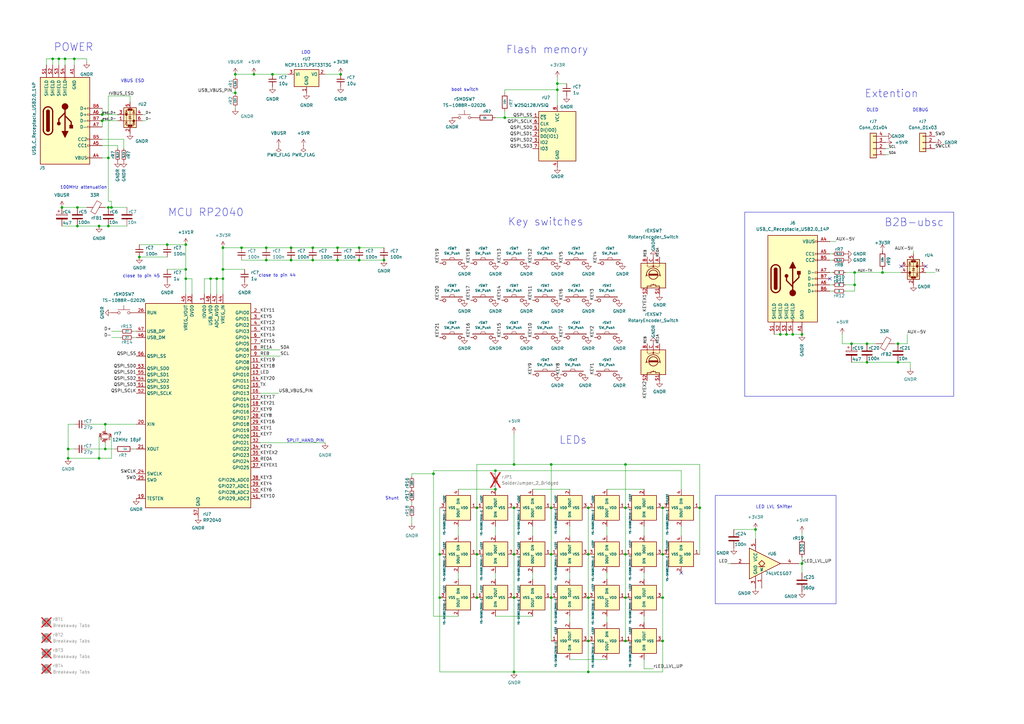
<source format=kicad_sch>
(kicad_sch (version 20250114) (generator "eeschema") (generator_version "9.0")
  (paper "A3")
  (title_block (title "Klofi") (date "2025-11-20") (rev "1.0") (company "citizen analog"))
  (rectangle (start 293.37 203.2) (end 342.9 247.65))
  (rectangle (start 305.435 86.995) (end 391.16 162.56))
  (text "B2B-ubsc" (at 362.712 93.218 0) (effects (font (size 3.175 3.175)) (justify left bottom)))
  (text "Flash memory" (at 207.518 22.352 0) (effects (font (size 3.175 3.175)) (justify left bottom)))
  (text "MCU RP2040" (at 68.834 89.154 0) (effects (font (size 3.175 3.175)) (justify left bottom)))
  (text "100MHz attenuation" (at 34.29 76.962 0) (effects (font (size 1.27 1.27))))
  (text "Shunt" (at 160.782 204.47 0) (effects (font (size 1.27 1.27))))
  (text "DEBUG" (at 374.269 45.974 0) (effects (font (size 1.27 1.27)) (justify left bottom)))
  (text "POWER\n" (at 21.971 21.336 0) (effects (font (size 3.175 3.175)) (justify left bottom)))
  (text "boot switch" (at 185.039 37.592 0) (effects (font (size 1.27 1.27)) (justify left bottom)))
  (text "LED LVL Shifter" (at 317.5 208.026 0) (effects (font (size 1.27 1.27))))
  (text "LDO" (at 123.571 22.352 0) (effects (font (size 1.27 1.27)) (justify left bottom)))
  (text "Key switches" (at 208.28 92.964 0) (effects (font (size 3.175 3.175)) (justify left bottom)))
  (text "LEDs" (at 229.362 182.499 0) (effects (font (size 3.175 3.175)) (justify left bottom)))
  (text "Extention" (at 354.584 40.386 0) (effects (font (size 3.175 3.175)) (justify left bottom)))
  (text "VBUS ESD" (at 49.53 34.036 0) (effects (font (size 1.27 1.27)) (justify left bottom)))
  (text "OLED" (at 355.346 45.974 0) (effects (font (size 1.27 1.27)) (justify left bottom)))
  (text "close to pin 45" (at 50.292 114.046 0) (effects (font (size 1.27 1.27)) (justify left bottom)))
  (text "close to pin 44" (at 106.045 113.792 0) (effects (font (size 1.27 1.27)) (justify left bottom)))
  (text "SPLIT_HAND_PIN" (at 117.475 181.61 0) (effects (font (size 1.27 1.27)) (justify left bottom)))
  (junction (at 27.94 184.15))
  (junction (at 228.6 36.83))
  (junction (at 368.3 140.97))
  (junction (at 30.48 24.13))
  (junction (at 180.34 245.11))
  (junction (at 226.06 227.33))
  (junction (at 210.82 245.11))
  (junction (at 91.44 114.3))
  (junction (at 350.52 116.84))
  (junction (at 241.3 227.33))
  (junction (at 256.54 227.33))
  (junction (at 41.91 46.99))
  (junction (at 128.27 101.6))
  (junction (at 40.64 187.96))
  (junction (at 195.58 208.28))
  (junction (at 44.45 85.09))
  (junction (at 368.3 148.59))
  (junction (at 43.18 184.15))
  (junction (at 41.91 49.53))
  (junction (at 322.58 137.16))
  (junction (at 226.06 245.11))
  (junction (at 271.78 262.89))
  (junction (at 40.64 92.71))
  (junction (at 309.88 217.17))
  (junction (at 325.12 137.16))
  (junction (at 271.78 245.11))
  (junction (at 256.54 262.89))
  (junction (at 157.48 106.68))
  (junction (at 91.44 110.49))
  (junction (at 76.2 100.33))
  (junction (at 241.3 245.11))
  (junction (at 361.95 111.76))
  (junction (at 111.76 30.48))
  (junction (at 228.6 34.29))
  (junction (at 26.67 24.13))
  (junction (at 210.82 190.5))
  (junction (at 57.15 105.41))
  (junction (at 44.45 64.77))
  (junction (at 27.94 187.96))
  (junction (at 96.52 38.1))
  (junction (at 99.06 101.6))
  (junction (at 88.9 114.3))
  (junction (at 138.43 106.68))
  (junction (at 271.78 208.28))
  (junction (at 109.22 101.6))
  (junction (at 139.7 30.48))
  (junction (at 226.06 190.5))
  (junction (at 210.82 227.33))
  (junction (at 44.45 92.71))
  (junction (at 203.2 193.04))
  (junction (at 203.2 200.66))
  (junction (at 241.3 208.28))
  (junction (at 128.27 106.68))
  (junction (at 207.01 48.26))
  (junction (at 350.52 111.76))
  (junction (at 24.13 24.13))
  (junction (at 256.54 208.28))
  (junction (at 119.38 106.68))
  (junction (at 177.8 194.31))
  (junction (at 86.36 114.3))
  (junction (at 109.22 106.68))
  (junction (at 68.58 100.33))
  (junction (at 256.54 190.5))
  (junction (at 76.2 114.3))
  (junction (at 91.44 101.6))
  (junction (at 287.02 208.28))
  (junction (at 241.3 262.89))
  (junction (at 320.04 137.16))
  (junction (at 355.6 140.97))
  (junction (at 328.93 231.14))
  (junction (at 104.14 30.48))
  (junction (at 25.4 85.09))
  (junction (at 355.6 148.59))
  (junction (at 256.54 245.11))
  (junction (at 210.82 275.59))
  (junction (at 226.06 208.28))
  (junction (at 328.93 137.16))
  (junction (at 45.72 85.09))
  (junction (at 241.3 275.59))
  (junction (at 119.38 101.6))
  (junction (at 147.32 101.6))
  (junction (at 43.18 173.99))
  (junction (at 195.58 245.11))
  (junction (at 180.34 227.33))
  (junction (at 147.32 106.68))
  (junction (at 195.58 227.33))
  (junction (at 210.82 208.28))
  (junction (at 96.52 30.48))
  (junction (at 21.59 24.13))
  (junction (at 31.75 85.09))
  (junction (at 271.78 227.33))
  (junction (at 76.2 110.49))
  (junction (at 31.75 92.71))
  (junction (at 349.25 140.97))
  (junction (at 138.43 101.6))
  (no_connect (at 340.36 114.3))
  (no_connect (at 279.4 234.95))
  (no_connect (at 379.73 109.22))
  (no_connect (at 369.57 109.22))
  (wire (pts (xy 298.45 231.14) (xy 299.72 231.14)))
  (wire (pts (xy 350.52 111.76) (xy 350.52 116.84)))
  (wire (pts (xy 91.44 101.6) (xy 99.06 101.6)))
  (wire (pts (xy 361.95 111.76) (xy 369.57 111.76)))
  (wire (pts (xy 241.3 208.28) (xy 241.3 227.33)))
  (wire (pts (xy 106.68 146.05) (xy 114.935 146.05)))
  (wire (pts (xy 138.43 101.6) (xy 147.32 101.6)))
  (wire (pts (xy 83.82 114.3) (xy 86.36 114.3)))
  (wire (pts (xy 373.38 148.59) (xy 373.38 151.13)))
  (wire (pts (xy 264.16 274.32) (xy 264.16 270.51)))
  (wire (pts (xy 104.14 30.48) (xy 111.76 30.48)))
  (wire (pts (xy 210.82 227.33) (xy 210.82 245.11)))
  (wire (pts (xy 27.94 187.96) (xy 40.64 187.96)))
  (wire (pts (xy 241.3 262.89) (xy 241.3 275.59)))
  (wire (pts (xy 177.8 194.31) (xy 168.91 194.31)))
  (wire (pts (xy 355.6 140.97) (xy 359.41 140.97)))
  (wire (pts (xy 207.01 45.72) (xy 207.01 48.26)))
  (wire (pts (xy 44.45 39.37) (xy 44.45 64.77)))
  (wire (pts (xy 210.82 190.5) (xy 195.58 190.5)))
  (wire (pts (xy 180.34 245.11) (xy 180.34 275.59)))
  (wire (pts (xy 35.56 24.13) (xy 35.56 25.4)))
  (wire (pts (xy 27.94 173.99) (xy 27.94 184.15)))
  (wire (pts (xy 147.32 106.68) (xy 157.48 106.68)))
  (wire (pts (xy 340.36 111.76) (xy 341.63 111.76)))
  (wire (pts (xy 138.43 106.68) (xy 147.32 106.68)))
  (wire (pts (xy 256.54 227.33) (xy 256.54 245.11)))
  (wire (pts (xy 41.91 64.77) (xy 44.45 64.77)))
  (wire (pts (xy 30.48 173.99) (xy 27.94 173.99)))
  (wire (pts (xy 226.06 245.11) (xy 226.06 262.89)))
  (wire (pts (xy 106.68 161.29) (xy 114.3 161.29)))
  (wire (pts (xy 264.16 234.95) (xy 264.16 237.49)))
  (wire (pts (xy 106.68 181.61) (xy 133.35 181.61)))
  (wire (pts (xy 177.8 193.04) (xy 203.2 193.04)))
  (wire (pts (xy 30.48 24.13) (xy 35.56 24.13)))
  (wire (pts (xy 133.35 30.48) (xy 139.7 30.48)))
  (wire (pts (xy 271.78 275.59) (xy 241.3 275.59)))
  (wire (pts (xy 48.26 60.96) (xy 48.26 59.69)))
  (wire (pts (xy 43.18 184.15) (xy 43.18 181.61)))
  (wire (pts (xy 361.95 110.49) (xy 361.95 111.76)))
  (wire (pts (xy 44.45 85.09) (xy 45.72 85.09)))
  (wire (pts (xy 374.65 102.87) (xy 374.65 104.14)))
  (wire (pts (xy 41.91 49.53) (xy 48.26 49.53)))
  (wire (pts (xy 322.58 137.16) (xy 325.12 137.16)))
  (wire (pts (xy 24.13 24.13) (xy 24.13 26.67)))
  (wire (pts (xy 86.36 114.3) (xy 86.36 120.65)))
  (wire (pts (xy 233.68 252.73) (xy 233.68 255.27)))
  (wire (pts (xy 25.4 85.09) (xy 31.75 85.09)))
  (wire (pts (xy 248.92 215.9) (xy 248.92 219.71)))
  (wire (pts (xy 345.44 140.97) (xy 349.25 140.97)))
  (wire (pts (xy 180.34 208.28) (xy 180.34 227.33)))
  (wire (pts (xy 119.38 101.6) (xy 128.27 101.6)))
  (wire (pts (xy 327.66 231.14) (xy 328.93 231.14)))
  (wire (pts (xy 218.44 234.95) (xy 218.44 237.49)))
  (wire (pts (xy 109.22 106.68) (xy 119.38 106.68)))
  (wire (pts (xy 68.58 110.49) (xy 76.2 110.49)))
  (wire (pts (xy 30.48 26.67) (xy 30.48 24.13)))
  (wire (pts (xy 43.18 85.09) (xy 44.45 85.09)))
  (wire (pts (xy 35.56 184.15) (xy 43.18 184.15)))
  (wire (pts (xy 21.59 24.13) (xy 24.13 24.13)))
  (wire (pts (xy 368.3 148.59) (xy 373.38 148.59)))
  (wire (pts (xy 76.2 110.49) (xy 76.2 114.3)))
  (wire (pts (xy 54.61 135.89) (xy 55.88 135.89)))
  (wire (pts (xy 24.13 24.13) (xy 26.67 24.13)))
  (wire (pts (xy 210.82 275.59) (xy 241.3 275.59)))
  (wire (pts (xy 91.44 114.3) (xy 88.9 114.3)))
  (wire (pts (xy 58.42 49.53) (xy 59.69 49.53)))
  (wire (pts (xy 76.2 100.33) (xy 76.2 110.49)))
  (wire (pts (xy 40.64 92.71) (xy 44.45 92.71)))
  (wire (pts (xy 41.91 59.69) (xy 48.26 59.69)))
  (wire (pts (xy 271.78 245.11) (xy 271.78 262.89)))
  (wire (pts (xy 91.44 120.65) (xy 91.44 114.3)))
  (wire (pts (xy 228.6 36.83) (xy 207.01 36.83)))
  (wire (pts (xy 31.75 92.71) (xy 40.64 92.71)))
  (wire (pts (xy 91.44 101.6) (xy 91.44 110.49)))
  (wire (pts (xy 328.93 218.44) (xy 328.93 220.98)))
  (wire (pts (xy 96.52 31.75) (xy 96.52 30.48)))
  (wire (pts (xy 279.4 193.04) (xy 279.4 200.66)))
  (wire (pts (xy 43.18 176.53) (xy 43.18 173.99)))
  (wire (pts (xy 99.06 106.68) (xy 109.22 106.68)))
  (wire (pts (xy 233.68 237.49) (xy 233.68 234.95)))
  (wire (pts (xy 168.91 194.31) (xy 168.91 195.58)))
  (wire (pts (xy 233.68 200.66) (xy 218.44 200.66)))
  (wire (pts (xy 256.54 245.11) (xy 256.54 262.89)))
  (wire (pts (xy 364.49 63.5) (xy 363.22 63.5)))
  (wire (pts (xy 355.6 148.59) (xy 368.3 148.59)))
  (wire (pts (xy 27.94 184.15) (xy 30.48 184.15)))
  (wire (pts (xy 21.59 24.13) (xy 21.59 26.67)))
  (wire (pts (xy 349.25 148.59) (xy 355.6 148.59)))
  (wire (pts (xy 41.91 57.15) (xy 50.8 57.15)))
  (wire (pts (xy 325.12 137.16) (xy 328.93 137.16)))
  (wire (pts (xy 287.02 208.28) (xy 287.02 227.33)))
  (wire (pts (xy 241.3 227.33) (xy 241.3 245.11)))
  (wire (pts (xy 195.58 190.5) (xy 195.58 208.28)))
  (wire (pts (xy 45.72 187.96) (xy 40.64 187.96)))
  (wire (pts (xy 44.45 64.77) (xy 44.45 82.55)))
  (wire (pts (xy 207.01 48.26) (xy 218.44 48.26)))
  (wire (pts (xy 58.42 46.99) (xy 59.69 46.99)))
  (wire (pts (xy 41.91 44.45) (xy 41.91 46.99)))
  (wire (pts (xy 349.25 140.97) (xy 355.6 140.97)))
  (wire (pts (xy 44.45 39.37) (xy 53.34 39.37)))
  (wire (pts (xy 203.2 252.73) (xy 218.44 252.73)))
  (wire (pts (xy 317.5 137.16) (xy 320.04 137.16)))
  (wire (pts (xy 233.68 219.71) (xy 233.68 215.9)))
  (wire (pts (xy 177.8 193.04) (xy 177.8 194.31)))
  (wire (pts (xy 218.44 219.71) (xy 218.44 215.9)))
  (wire (pts (xy 340.36 116.84) (xy 341.63 116.84)))
  (wire (pts (xy 264.16 215.9) (xy 264.16 219.71)))
  (wire (pts (xy 267.97 274.32) (xy 264.16 274.32)))
  (wire (pts (xy 40.64 179.07) (xy 40.64 187.96)))
  (wire (pts (xy 345.44 137.16) (xy 345.44 140.97)))
  (wire (pts (xy 96.52 43.815) (xy 96.52 44.45)))
  (wire (pts (xy 86.36 114.3) (xy 88.9 114.3)))
  (wire (pts (xy 383.54 111.76) (xy 379.73 111.76)))
  (wire (pts (xy 350.52 116.84) (xy 350.52 119.38)))
  (wire (pts (xy 195.58 227.33) (xy 195.58 245.11)))
  (wire (pts (xy 271.78 208.28) (xy 271.78 227.33)))
  (wire (pts (xy 106.68 143.51) (xy 114.935 143.51)))
  (wire (pts (xy 57.15 105.41) (xy 68.58 105.41)))
  (wire (pts (xy 119.38 106.68) (xy 128.27 106.68)))
  (wire (pts (xy 26.67 24.13) (xy 26.67 26.67)))
  (wire (pts (xy 68.58 100.33) (xy 76.2 100.33)))
  (wire (pts (xy 147.32 101.6) (xy 157.48 101.6)))
  (wire (pts (xy 91.44 110.49) (xy 91.44 114.3)))
  (wire (pts (xy 346.71 111.76) (xy 350.52 111.76)))
  (wire (pts (xy 168.91 212.09) (xy 168.91 214.63)))
  (wire (pts (xy 341.63 104.14) (xy 340.36 104.14)))
  (wire (pts (xy 83.82 114.3) (xy 83.82 120.65)))
  (wire (pts (xy 43.18 173.99) (xy 55.88 173.99)))
  (wire (pts (xy 342.9 99.06) (xy 340.36 99.06)))
  (wire (pts (xy 19.05 24.13) (xy 19.05 26.67)))
  (wire (pts (xy 177.8 194.31) (xy 177.8 252.73)))
  (wire (pts (xy 180.34 227.33) (xy 180.34 245.11)))
  (wire (pts (xy 210.82 208.28) (xy 210.82 227.33)))
  (wire (pts (xy 346.71 119.38) (xy 350.52 119.38)))
  (wire (pts (xy 45.72 82.55) (xy 45.72 85.09)))
  (wire (pts (xy 88.9 114.3) (xy 88.9 120.65)))
  (wire (pts (xy 364.49 60.96) (xy 363.22 60.96)))
  (wire (pts (xy 309.88 217.17) (xy 309.88 220.98)))
  (wire (pts (xy 279.4 215.9) (xy 279.4 219.71)))
  (wire (pts (xy 54.61 184.15) (xy 55.88 184.15)))
  (wire (pts (xy 25.4 92.71) (xy 31.75 92.71)))
  (wire (pts (xy 256.54 190.5) (xy 287.02 190.5)))
  (wire (pts (xy 256.54 190.5) (xy 256.54 208.28)))
  (wire (pts (xy 128.27 101.6) (xy 138.43 101.6)))
  (wire (pts (xy 76.2 120.65) (xy 76.2 114.3)))
  (wire (pts (xy 44.45 82.55) (xy 45.72 82.55)))
  (wire (pts (xy 95.25 38.1) (xy 96.52 38.1)))
  (wire (pts (xy 367.03 140.97) (xy 368.3 140.97)))
  (wire (pts (xy 203.2 237.49) (xy 203.2 234.95)))
  (wire (pts (xy 45.72 179.07) (xy 45.72 187.96)))
  (wire (pts (xy 340.36 119.38) (xy 341.63 119.38)))
  (wire (pts (xy 96.52 38.1) (xy 96.52 38.735)))
  (wire (pts (xy 203.2 219.71) (xy 203.2 215.9)))
  (wire (pts (xy 203.2 193.04) (xy 279.4 193.04)))
  (wire (pts (xy 91.44 110.49) (xy 100.33 110.49)))
  (wire (pts (xy 241.3 245.11) (xy 241.3 262.89)))
  (wire (pts (xy 271.78 262.89) (xy 271.78 275.59)))
  (wire (pts (xy 109.22 101.6) (xy 119.38 101.6)))
  (wire (pts (xy 328.93 228.6) (xy 328.93 231.14)))
  (wire (pts (xy 256.54 208.28) (xy 256.54 227.33)))
  (wire (pts (xy 228.6 36.83) (xy 228.6 43.18)))
  (wire (pts (xy 53.34 39.37) (xy 53.34 41.91)))
  (wire (pts (xy 368.3 140.97) (xy 372.11 140.97)))
  (wire (pts (xy 248.92 270.51) (xy 233.68 270.51)))
  (wire (pts (xy 187.96 234.95) (xy 187.96 237.49)))
  (wire (pts (xy 372.11 137.16) (xy 372.11 140.97)))
  (wire (pts (xy 287.02 190.5) (xy 287.02 208.28)))
  (wire (pts (xy 228.6 31.75) (xy 228.6 34.29)))
  (wire (pts (xy 203.2 48.26) (xy 207.01 48.26)))
  (wire (pts (xy 210.82 190.5) (xy 226.06 190.5)))
  (wire (pts (xy 128.27 106.68) (xy 138.43 106.68)))
  (wire (pts (xy 44.45 92.71) (xy 52.07 92.71)))
  (wire (pts (xy 320.04 137.16) (xy 322.58 137.16)))
  (wire (pts (xy 195.58 208.28) (xy 195.58 227.33)))
  (wire (pts (xy 45.72 138.43) (xy 49.53 138.43)))
  (wire (pts (xy 168.91 205.74) (xy 168.91 207.01)))
  (wire (pts (xy 35.56 173.99) (xy 43.18 173.99)))
  (wire (pts (xy 228.6 34.29) (xy 232.41 34.29)))
  (wire (pts (xy 248.92 234.95) (xy 248.92 237.49)))
  (wire (pts (xy 203.2 200.66) (xy 187.96 200.66)))
  (wire (pts (xy 78.74 114.3) (xy 76.2 114.3)))
  (wire (pts (xy 111.76 30.48) (xy 118.11 30.48)))
  (wire (pts (xy 31.75 85.09) (xy 35.56 85.09)))
  (wire (pts (xy 228.6 34.29) (xy 228.6 36.83)))
  (wire (pts (xy 41.91 46.99) (xy 48.26 46.99)))
  (wire (pts (xy 271.78 227.33) (xy 271.78 245.11)))
  (wire (pts (xy 248.92 200.66) (xy 264.16 200.66)))
  (wire (pts (xy 226.06 208.28) (xy 226.06 227.33)))
  (wire (pts (xy 41.91 49.53) (xy 41.91 52.07)))
  (wire (pts (xy 54.61 138.43) (xy 55.88 138.43)))
  (wire (pts (xy 226.06 190.5) (xy 226.06 208.28)))
  (wire (pts (xy 19.05 24.13) (xy 21.59 24.13)))
  (wire (pts (xy 210.82 177.8) (xy 210.82 190.5)))
  (wire (pts (xy 350.52 111.76) (xy 361.95 111.76)))
  (wire (pts (xy 207.01 36.83) (xy 207.01 38.1)))
  (wire (pts (xy 96.52 36.83) (xy 96.52 38.1)))
  (wire (pts (xy 99.06 101.6) (xy 109.22 101.6)))
  (wire (pts (xy 226.06 190.5) (xy 256.54 190.5)))
  (wire (pts (xy 328.93 231.14) (xy 328.93 234.95)))
  (wire (pts (xy 43.18 184.15) (xy 46.99 184.15)))
  (wire (pts (xy 346.71 116.84) (xy 350.52 116.84)))
  (wire (pts (xy 45.72 135.89) (xy 49.53 135.89)))
  (wire (pts (xy 27.94 184.15) (xy 27.94 187.96)))
  (wire (pts (xy 57.15 100.33) (xy 68.58 100.33)))
  (wire (pts (xy 341.63 106.68) (xy 340.36 106.68)))
  (wire (pts (xy 78.74 120.65) (xy 78.74 114.3)))
  (wire (pts (xy 226.06 227.33) (xy 226.06 245.11)))
  (wire (pts (xy 96.52 30.48) (xy 104.14 30.48)))
  (wire (pts (xy 180.34 275.59) (xy 210.82 275.59)))
  (wire (pts (xy 50.8 57.15) (xy 50.8 60.96)))
  (wire (pts (xy 187.96 215.9) (xy 187.96 219.71)))
  (wire (pts (xy 26.67 24.13) (xy 30.48 24.13)))
  (wire (pts (xy 187.96 252.73) (xy 177.8 252.73)))
  (wire (pts (xy 300.99 217.17) (xy 309.88 217.17)))
  (wire (pts (xy 264.16 252.73) (xy 264.16 255.27)))
  (wire (pts (xy 210.82 245.11) (xy 210.82 275.59)))
  (wire (pts (xy 248.92 252.73) (xy 248.92 255.27)))
  (wire (pts (xy 45.72 85.09) (xy 52.07 85.09)))
  (label "QSPI_SCLK" (at 55.88 161.29 180))
  (label "KEYEX2" (at 265.43 156.21 270))
  (label "SWCLK" (at 55.88 194.31 180))
  (label "TX" (at 106.68 158.75 0))
  (label "rLED_LVL_UP" (at 267.97 274.32 0))
  (label "SCL" (at 364.49 60.96 0) (effects (font (size 1 1))))
  (label "RE0A" (at 270.51 105.41 90) (effects (font (size 1 1))))
  (label "AUX-5V" (at 374.65 102.87 180))
  (label "KEY8" (at 106.68 171.45 0))
  (label "KEY19" (at 180.34 107.95 90))
  (label "KEY18" (at 106.68 151.13 0))
  (label "KEY4" (at 245.11 107.95 90))
  (label "KEY6" (at 231.14 123.19 90))
  (label "RE0A" (at 106.68 189.23 0))
  (label "KEY14" (at 205.74 123.19 90))
  (label "KEY12" (at 218.44 107.95 90))
  (label "KEY20" (at 180.34 123.19 90))
  (label "QSPI_SD3" (at 55.88 158.75 180))
  (label "QSPI_SCLK" (at 218.44 50.8 180))
  (label "KEY16" (at 106.68 173.99 0))
  (label "QSPI_SD1" (at 218.44 55.88 180))
  (label "KEY3" (at 243.84 123.19 90))
  (label "KEY2" (at 243.84 138.43 90))
  (label "D+" (at 59.69 46.99 0) (effects (font (size 1 1))))
  (label "KEY16" (at 193.04 138.43 90))
  (label "KEY15" (at 205.74 138.43 90))
  (label "SWD" (at 55.88 196.85 180))
  (label "esd_D+" (at 41.91 46.99 0) (effects (font (size 1 1))))
  (label "KEY11" (at 218.44 123.19 90))
  (label "SDA" (at 114.935 143.51 0))
  (label "KEY9" (at 106.68 168.91 0))
  (label "KEY18" (at 193.04 107.95 90))
  (label "USB_VBUS_PIN" (at 95.25 38.1 180))
  (label "QSPI_SD2" (at 218.44 58.42 180))
  (label "KEY17" (at 193.04 123.19 90))
  (label "QSPI_SD2" (at 55.88 156.21 180))
  (label "KEY13" (at 205.74 107.95 90))
  (label "rLED_LVL_UP" (at 328.93 231.14 0))
  (label "KEY7" (at 106.68 179.07 0))
  (label "rVBUS_ESD" (at 44.45 39.37 0))
  (label "KEY10" (at 218.44 138.43 90))
  (label "KEY9" (at 218.44 153.67 90))
  (label "QSPI_SS" (at 218.44 48.26 180))
  (label "KEY5" (at 106.68 130.81 0))
  (label "REB" (at 106.68 146.05 0))
  (label "KEY1" (at 243.84 153.67 90))
  (label "SCL" (at 114.935 146.05 0))
  (label "KEY19" (at 106.68 148.59 0))
  (label "KEYEX1" (at 265.43 120.65 270))
  (label "KEY2" (at 106.68 184.15 0))
  (label "KEY12" (at 106.68 133.35 0))
  (label "QSPI_SS" (at 55.88 146.05 180))
  (label "KEY7" (at 231.14 138.43 90))
  (label "AUX-5V" (at 342.9 99.06 0))
  (label "KEY4" (at 106.68 199.39 0))
  (label "QSPI_SD0" (at 218.44 53.34 180))
  (label "KEY15" (at 106.68 140.97 0))
  (label "KEY20" (at 106.68 156.21 0))
  (label "D-" (at 45.72 138.43 180))
  (label "SWD" (at 383.54 55.88 0))
  (label "esd_D-" (at 41.91 49.53 0) (effects (font (size 1 1))))
  (label "KEY21" (at 180.34 138.43 90))
  (label "REB" (at 265.43 140.97 90) (effects (font (size 1 1))))
  (label "AUX-5V" (at 372.11 137.16 0))
  (label "KEY17" (at 106.68 163.83 0))
  (label "RE1A" (at 270.51 140.97 90) (effects (font (size 1 1))))
  (label "KEY14" (at 106.68 138.43 0))
  (label "KEY1" (at 106.68 176.53 0))
  (label "LED" (at 298.45 231.14 180))
  (label "KEYEX2" (at 106.68 186.69 0))
  (label "REB" (at 265.43 105.41 90) (effects (font (size 1 1))))
  (label "KEY21" (at 106.68 166.37 0))
  (label "SWCLK" (at 383.54 60.96 0))
  (label "SDA" (at 364.49 63.5 0) (effects (font (size 1 1))))
  (label "KEYEX1" (at 106.68 191.77 0))
  (label "QSPI_SD3" (at 218.44 60.96 180))
  (label "TX" (at 383.54 111.76 0) (effects (font (size 1 1))))
  (label "D+" (at 45.72 135.89 180))
  (label "KEY13" (at 106.68 135.89 0))
  (label "USB_VBUS_PIN" (at 114.3 161.29 0))
  (label "KEY3" (at 106.68 196.85 0))
  (label "D-" (at 59.69 49.53 0) (effects (font (size 1 1))))
  (label "KEY11" (at 106.68 128.27 0))
  (label "KEY5" (at 231.14 107.95 90))
  (label "KEY10" (at 106.68 204.47 0))
  (label "KEY6" (at 106.68 201.93 0))
  (label "QSPI_SD0" (at 55.88 151.13 180))
  (label "RE1A" (at 106.68 143.51 0))
  (label "LED" (at 106.68 153.67 0))
  (label "KEY8" (at 229.87 153.67 90))
  (label "AUX-TX" (at 351.79 111.76 0) (effects (font (size 1 1))))
  (label "QSPI_SD1" (at 55.88 153.67 180))
  (symbol (lib_id "kbd:GNDR") (at 383.54 58.42 90) (unit 1)
    (property "Reference" "#PWR?" (effects (hide yes)))
    (property "Value" "GNDR" (at 387.35 58.42 90) (effects (justify right)))
    (property "Description" "Power symbol creates a global label with name \"GND\" , ground" (effects (hide yes)))
  )
  (symbol (lib_id "kbd:YS-SK6812MINI-E") (at 233.68 245.11 90) (unit 1)
    (property "Reference" "rLED?" (at 227.965 243.205 0) (effects (font (size 0.7366 0.7366)) (justify left)))
    (property "Value" "YS-SK6812MINI-E" (at 227.965 255.905 0) (effects (font (size 0.7366 0.7366)) (justify left)))
    (property "Footprint" "kbd:YS-SK6812MINI-E" (effects (hide yes)))
    (property "JLCPCB Part #" "C5149201" (effects (hide yes)))
  )
  (symbol (lib_id "kbd:GNDR") (at 309.88 241.3 0) (unit 1)
    (property "Reference" "#PWR0146" (effects (hide yes)))
    (property "Value" "GNDR" (at 305.308 243.332 0))
    (property "Description" "Power symbol creates a global label with name \"GND\" , ground" (effects (hide yes)))
  )
  (symbol (lib_id "Device:C_Small") (at 33.02 184.15 270) (unit 1)
    (property "Reference" "rC?" (at 34.29 182.88 90) (effects (justify left)))
    (property "Value" "27p" (at 34.29 185.42 90) (effects (justify left)))
    (property "Footprint" "Capacitor_SMD:C_0402_1005Metric" (effects (hide yes)))
    (property "JLCPCB Part #" "C107002" (effects (hide yes)))
  )
  (symbol (lib_id "kbd:+3V3R") (at 139.7 30.48 0) (unit 1)
    (property "Reference" "#PWR070" (effects (hide yes)))
    (property "Value" "+3V3R" (at 139.7 25.4 0))
  )
  (symbol (lib_id "kbd:GNDR") (at 241.3 123.19 0) (unit 1)
    (property "Reference" "#PWR?" (effects (hide yes)))
    (property "Value" "GNDR" (at 241.3 127.635 0))
    (property "Description" "Power symbol creates a global label with name \"GND\" , ground" (effects (hide yes)))
  )
  (symbol (lib_id "kbd:SW_PUSH_Short") (at 236.22 123.19 0) (unit 1)
    (property "Reference" "rSW?" (at 236.22 117.094 0) (effects (font (size 1 1))))
    (property "Value" "SW_Push" (at 236.22 119.126 0) (effects (font (size 1 1))))
    (property "Footprint" "kbd:keyswitch_cherrymx_hotswap_1u" (effects (hide yes)))
    (property "JLCPCB Part #" "DNP" (effects (hide yes)))
  )
  (symbol (lib_id "kbd:SW_PUSH_Short") (at 250.19 107.95 0) (unit 1)
    (property "Reference" "rSW?" (at 250.19 101.854 0) (effects (font (size 1 1))))
    (property "Value" "SW_Push" (at 250.19 103.886 0) (effects (font (size 1 1))))
    (property "Footprint" "kbd:keyswitch_cherrymx_hotswap_1u" (effects (hide yes)))
    (property "JLCPCB Part #" "DNP" (effects (hide yes)))
  )
  (symbol (lib_id "kbd:GNDR") (at 215.9 107.95 0) (unit 1)
    (property "Reference" "#PWR?" (effects (hide yes)))
    (property "Value" "GNDR" (at 215.9 112.395 0))
    (property "Description" "Power symbol creates a global label with name \"GND\" , ground" (effects (hide yes)))
  )
  (symbol (lib_id "kbd:GNDR") (at 240.03 153.67 0) (unit 1)
    (property "Reference" "#PWR?" (effects (hide yes)))
    (property "Value" "GNDR" (at 240.03 158.115 0))
    (property "Description" "Power symbol creates a global label with name \"GND\" , ground" (effects (hide yes)))
  )
  (symbol (lib_id "Regulator_Linear:NCP1117-3.3_SOT223") (at 125.73 30.48 0) (unit 1)
    (property "Reference" "rU?" (at 125.73 24.13 0))
    (property "Value" "NCP1117LPST33T3G" (at 126.365 26.67 0))
    (property "Footprint" "Package_TO_SOT_SMD:SOT-223-3_TabPin2" (effects (hide yes)))
    (property "Datasheet" "http://www.onsemi.com/pub_link/Collateral/NCP1117-D.PDF" (effects (hide yes)))
    (property "JLCPCB Part #" "C146799" (effects (hide yes)))
    (property "LCSC Part #" "C146799" (effects (hide yes)))
  )
  (symbol (lib_id "Device:C") (at 300.99 220.98 0) (unit 1)
    (property "Reference" "rC24" (at 301.498 218.948 0) (effects (justify left)))
    (property "Value" "100n" (at 301.244 223.266 0) (effects (justify left)))
    (property "Footprint" "Capacitor_SMD:C_0402_1005Metric" (effects (hide yes)))
    (property "Description" "Unpolarized capacitor" (effects (hide yes)))
    (property "LCSC Part #" "C133086 " (effects (hide yes)))
    (property "Digikey#" "1276-1002-1-ND " (effects (hide yes)))
    (property "Manufacturer" "Samsung Electro-Mechanics" (effects (hide yes)))
    (property "Manufacturer Part #" "CL05B104KP5NNNC" (effects (hide yes)))
    (property "JLCPCB Part #" "C133086 " (effects (hide yes)))
  )
  (symbol (lib_id "kbd:YS-SK6812MINI-E") (at 248.92 208.28 270) (unit 1)
    (property "Reference" "rLED?" (at 243.205 203.2 0) (effects (font (size 0.7366 0.7366)) (justify left)))
    (property "Value" "YS-SK6812MINI-E" (at 243.205 208.915 0) (effects (font (size 0.7366 0.7366)) (justify left)))
    (property "Footprint" "kbd:YS-SK6812MINI-E" (effects (hide yes)))
    (property "JLCPCB Part #" "C5149201" (effects (hide yes)))
  )
  (symbol (lib_id "kbd_local:VBUSR") (at 114.3 59.69 0) (unit 1)
    (property "Reference" "#PWR065" (effects (hide yes)))
    (property "Value" "VBUSR" (at 114.3 54.61 0))
  )
  (symbol (lib_id "kbd:GNDR") (at 267.97 140.97 180) (unit 1)
    (property "Reference" "#PWR?" (effects (hide yes)))
    (property "Value" "GNDR" (at 267.97 135.89 90))
    (property "Description" "Power symbol creates a global label with name \"GND\" , ground" (effects (hide yes)))
  )
  (symbol (lib_id "kbd:GNDR") (at 215.9 123.19 0) (unit 1)
    (property "Reference" "#PWR?" (effects (hide yes)))
    (property "Value" "GNDR" (at 215.9 127.635 0))
    (property "Description" "Power symbol creates a global label with name \"GND\" , ground" (effects (hide yes)))
  )
  (symbol (lib_id "kbd:GNDR") (at 53.34 54.61 0) (unit 1)
    (property "Reference" "#PWR070" (effects (hide yes)))
    (property "Value" "GNDR" (at 58.166 57.912 0))
    (property "Description" "Power symbol creates a global label with name \"GND\" , ground" (effects (hide yes)))
  )
  (symbol (lib_id "kbd:GNDR") (at 81.28 212.09 0) (unit 1)
    (property "Reference" "#PWR?" (effects (hide yes)))
    (property "Value" "GNDR" (at 81.28 216.535 0))
    (property "Description" "Power symbol creates a global label with name \"GND\" , ground" (effects (hide yes)))
  )
  (symbol (lib_id "Device:RotaryEncoder_Switch") (at 267.97 148.59 270) (unit 1)
    (property "Reference" "rEXSW?" (at 267.97 128.905 90))
    (property "Value" "RotaryEncoder_Switch" (at 267.97 131.445 90))
    (property "Footprint" "kbd:keyswitch_cherrymx_hotswap_1u_rotary_encoder_ec12" (effects (hide yes)))
    (property "JLCPCB Part #" "DNP" (effects (hide yes)))
  )
  (symbol (lib_id "kbd:GNDR") (at 48.26 66.04 0) (unit 1)
    (property "Reference" "#PWR?" (effects (hide yes)))
    (property "Value" "GNDR" (at 48.26 69.215 90) (effects (justify right)))
    (property "Description" "Power symbol creates a global label with name \"GND\" , ground" (effects (hide yes)))
  )
  (symbol (lib_id "kbd:SW_PUSH_Short") (at 236.22 107.95 0) (unit 1)
    (property "Reference" "rSW?" (at 236.22 101.854 0) (effects (font (size 1 1))))
    (property "Value" "SW_Push" (at 236.22 103.886 0) (effects (font (size 1 1))))
    (property "Footprint" "kbd:keyswitch_cherrymx_hotswap_1u" (effects (hide yes)))
    (property "JLCPCB Part #" "DNP" (effects (hide yes)))
  )
  (symbol (lib_id "Device:C") (at 368.3 144.78 0) (unit 1)
    (property "Reference" "rC21" (at 368.808 142.748 0) (effects (justify left)))
    (property "Value" "10n" (at 368.554 147.066 0) (effects (justify left)))
    (property "Footprint" "Capacitor_SMD:C_0402_1005Metric" (effects (hide yes)))
    (property "Description" "VBUS : Rated 25V or Above" (effects (hide yes)))
    (property "LCSC Part #" "C77013" (effects (hide yes)))
    (property "Digikey#" "490-1312-1-ND" (effects (hide yes)))
    (property "Manufacturer" "Murata Electronics" (effects (hide yes)))
    (property "Manufacturer Part #" "GRM155R71E103KA01D" (effects (hide yes)))
    (property "JLCPCB Part #" "C77013" (effects (hide yes)))
  )
  (symbol (lib_id "kbd:GNDR") (at 190.5 107.95 0) (unit 1)
    (property "Reference" "#PWR?" (effects (hide yes)))
    (property "Value" "GNDR" (at 190.5 112.395 0))
    (property "Description" "Power symbol creates a global label with name \"GND\" , ground" (effects (hide yes)))
  )
  (symbol (lib_id "kbd:USBLC6-2P6_v2") (at 53.34 46.99 0) (unit 1)
    (property "Reference" "rU2" (at 56.642 42.672 0) (effects (justify left)))
    (property "Value" "USBLC6-2P6" (effects (hide yes)))
    (property "Footprint" "Package_TO_SOT_SMD:SOT-666" (effects (hide yes)))
    (property "Datasheet" "https://www.st.com/resource/en/datasheet/usblc6-2.pdf" (effects (hide yes)))
    (property "Description" "Very low capacitance ESD protection diode, 2 data-line, SOT-666" (effects (hide yes)))
    (property "LCSC Part #" "C15999" (effects (hide yes)))
    (property "Digikey#" "497-5026-2-ND " (effects (hide yes)))
    (property "Manufacturer" "STMicroelectronics" (effects (hide yes)))
    (property "Manufacturer Part #" "USBLC6-2P6" (effects (hide yes)))
    (property "JLCPCB Part #" "C15999" (effects (hide yes)))
  )
  (symbol (lib_id "kbd:YS-SK6812MINI-E") (at 203.2 208.28 90) (unit 1)
    (property "Reference" "rLED?" (at 197.485 206.375 0) (effects (font (size 0.7366 0.7366)) (justify left)))
    (property "Value" "YS-SK6812MINI-E" (at 197.485 219.71 0) (effects (font (size 0.7366 0.7366)) (justify left)))
    (property "Footprint" "kbd:YS-SK6812MINI-E" (effects (hide yes)))
    (property "JLCPCB Part #" "C5149201" (effects (hide yes)))
  )
  (symbol (lib_id "kbd:SW_PUSH_Short") (at 198.12 138.43 0) (unit 1)
    (property "Reference" "rSW?" (at 198.12 132.334 0) (effects (font (size 1 1))))
    (property "Value" "SW_Push" (at 198.12 134.366 0) (effects (font (size 1 1))))
    (property "Footprint" "kbd:keyswitch_cherrymx_hotswap_1u" (effects (hide yes)))
    (property "JLCPCB Part #" "DNP" (effects (hide yes)))
  )
  (symbol (lib_id "Device:R") (at 328.93 224.79 180) (unit 1)
    (property "Reference" "rR19" (at 327.406 220.726 0))
    (property "Value" "330" (at 328.93 224.79 90))
    (property "Footprint" "Resistor_SMD:R_0402_1005Metric" (effects (hide yes)))
    (property "Description" "Resistor" (effects (hide yes)))
    (property "LCSC Part #" "C105875" (effects (hide yes)))
    (property "Digikey#" "311-330LRCT-ND " (effects (hide yes)))
    (property "Manufacturer" "YAGEO" (effects (hide yes)))
    (property "Manufacturer Part #" "RC0402FR-07330RL" (effects (hide yes)))
    (property "JLCPCB Part #" "C105875" (effects (hide yes)))
  )
  (symbol (lib_id "kbd:+5VR") (at 210.82 177.8 0) (unit 1)
    (property "Reference" "#PWR069" (effects (hide yes)))
    (property "Value" "+5VR" (at 210.82 172.72 0))
  )
  (symbol (lib_id "kbd:YS-SK6812MINI-E") (at 233.68 227.33 90) (unit 1)
    (property "Reference" "rLED?" (at 227.965 225.425 0) (effects (font (size 0.7366 0.7366)) (justify left)))
    (property "Value" "YS-SK6812MINI-E" (at 227.965 238.125 0) (effects (font (size 0.7366 0.7366)) (justify left)))
    (property "Footprint" "kbd:YS-SK6812MINI-E" (effects (hide yes)))
    (property "JLCPCB Part #" "C5149201" (effects (hide yes)))
  )
  (symbol (lib_id "kbd:GNDR") (at 254 138.43 0) (unit 1)
    (property "Reference" "#PWR?" (effects (hide yes)))
    (property "Value" "GNDR" (at 254 142.875 0))
    (property "Description" "Power symbol creates a global label with name \"GND\" , ground" (effects (hide yes)))
  )
  (symbol (lib_id "kbd:GNDR") (at 270.51 120.65 0) (unit 1)
    (property "Reference" "#PWR?" (effects (hide yes)))
    (property "Value" "GNDR" (at 270.51 125.095 0))
    (property "Description" "Power symbol creates a global label with name \"GND\" , ground" (effects (hide yes)))
  )
  (symbol (lib_id "kbd:SW_PUSH_Short") (at 210.82 138.43 0) (unit 1)
    (property "Reference" "rSW?" (at 210.82 132.334 0) (effects (font (size 1 1))))
    (property "Value" "SW_Push" (at 210.82 134.366 0) (effects (font (size 1 1))))
    (property "Footprint" "kbd:keyswitch_cherrymx_hotswap_1u" (effects (hide yes)))
    (property "JLCPCB Part #" "DNP" (effects (hide yes)))
  )
  (symbol (lib_id "Device:R_Small") (at 48.26 63.5 180) (unit 1)
    (property "Reference" "rR?" (at 46.355 63.5 90))
    (property "Value" "5.1k" (at 48.26 63.5 90) (effects (font (size 0.762 0.762))))
    (property "Footprint" "Resistor_SMD:R_0402_1005Metric" (effects (hide yes)))
    (property "Description" "Resistor, small symbol" (effects (hide yes)))
    (property "JLCPCB Part #" "C105872" (effects (hide yes)))
  )
  (symbol (lib_id "kbd:GNDR") (at 300.99 224.79 0) (unit 1)
    (property "Reference" "#PWR0145" (effects (hide yes)))
    (property "Value" "GNDR" (at 296.418 226.822 0))
    (property "Description" "Power symbol creates a global label with name \"GND\" , ground" (effects (hide yes)))
  )
  (symbol (lib_id "Device:Crystal_GND24_Small") (at 43.18 179.07 270) (unit 1)
    (property "Reference" "rY?" (at 48.26 177.8 90))
    (property "Value" "12MHz 18pF" (at 52.07 180.34 90))
    (property "Footprint" "Crystal:Crystal_SMD_3225-4Pin_3.2x2.5mm" (effects (hide yes)))
    (property "Description" "12MHz 18pF ±20ppm SMD3225-4P Crystals ROHS" (effects (hide yes)))
    (property "MFR.Part #" "Q22FA23V0041800" (effects (hide yes)))
    (property "JLCPCB Part #" "C91749" (effects (hide yes)))
    (property "LCSC Part #" "C91749" (effects (hide yes)))
  )
  (symbol (lib_id "kbd:YS-SK6812MINI-E") (at 248.92 245.11 270) (unit 1)
    (property "Reference" "rLED?" (at 243.205 239.395 0) (effects (font (size 0.7366 0.7366)) (justify left)))
    (property "Value" "YS-SK6812MINI-E" (at 243.205 245.745 0) (effects (font (size 0.7366 0.7366)) (justify left)))
    (property "Footprint" "kbd:YS-SK6812MINI-E" (effects (hide yes)))
    (property "JLCPCB Part #" "C5149201" (effects (hide yes)))
  )
  (symbol (lib_id "kbd:SW_PUSH_Short") (at 248.92 153.67 0) (unit 1)
    (property "Reference" "rSW?" (at 248.92 147.574 0) (effects (font (size 1 1))))
    (property "Value" "SW_Push" (at 248.92 149.606 0) (effects (font (size 1 1))))
    (property "Footprint" "kbd:keyswitch_cherrymx_hotswap_1u" (effects (hide yes)))
    (property "JLCPCB Part #" "DNP" (effects (hide yes)))
  )
  (symbol (lib_id "Device:R_Small") (at 344.17 119.38 270) (unit 1)
    (property "Reference" "rR12" (at 344.17 121.285 90))
    (property "Value" "0" (at 344.17 119.38 90) (effects (font (size 0.762 0.762))))
    (property "Footprint" "Resistor_SMD:R_0402_1005Metric" (effects (hide yes)))
    (property "Description" "Resistor, small symbol" (effects (hide yes)))
    (property "JLCPCB Part #" "C60485" (effects (hide yes)))
  )
  (symbol (lib_id "kbd:+3V3R") (at 309.88 217.17 0) (unit 1)
    (property "Reference" "#PWR0143" (effects (hide yes)))
    (property "Value" "+3V3R" (at 309.88 212.09 0))
  )
  (symbol (lib_id "kbd:GNDR") (at 215.9 138.43 0) (unit 1)
    (property "Reference" "#PWR?" (effects (hide yes)))
    (property "Value" "GNDR" (at 215.9 142.875 0))
    (property "Description" "Power symbol creates a global label with name \"GND\" , ground" (effects (hide yes)))
  )
  (symbol (lib_id "kbd:GNDR") (at 185.42 48.26 0) (unit 1)
    (property "Reference" "#PWR?" (effects (hide yes)))
    (property "Value" "GNDR" (at 185.42 52.07 0))
    (property "Description" "Power symbol creates a global label with name \"GND\" , ground" (effects (hide yes)))
  )
  (symbol (lib_id "Mechanical:MountingHole") (at 19.05 274.32 0) (unit 1) (dnp yes)
    (property "Reference" "rBT4" (at 21.59 273.05 0) (effects (justify left)))
    (property "Value" "Breakaway Tabs" (at 21.59 275.59 0) (effects (justify left)))
    (property "Footprint" "kbd:Breakaway_Tabs" (effects (hide yes)))
    (property "JLCPCB Part #" "DNP" (effects (hide yes)))
  )
  (symbol (lib_id "Device:C_Small") (at 57.15 102.87 0) (unit 1)
    (property "Reference" "rC?" (at 59.69 101.6 0) (effects (justify left)))
    (property "Value" "100n" (at 59.69 104.14 0) (effects (justify left)))
    (property "Footprint" "Capacitor_SMD:C_0402_1005Metric" (effects (hide yes)))
    (property "JLCPCB Part #" "C133086 " (effects (hide yes)))
    (property "LCSC Part #" "C133086 " (effects (hide yes)))
  )
  (symbol (lib_id "kbd_local:VBUSR") (at 25.4 85.09 0) (unit 1)
    (property "Reference" "#PWR066" (effects (hide yes)))
    (property "Value" "VBUSR" (at 25.4 80.01 0))
  )
  (symbol (lib_id "Device:C_Polarized") (at 25.4 88.9 0) (unit 1)
    (property "Reference" "rC4" (at 25.654 86.868 0) (effects (justify left)))
    (property "Value" "4u7" (at 25.654 91.44 0) (effects (justify left)))
    (property "Footprint" "Capacitor_SMD:C_1210_3225Metric" (effects (hide yes)))
    (property "Description" "Polarized capacitor" (effects (hide yes)))
    (property "LCSC Part #" "C2158392 " (effects (hide yes)))
    (property "Digikey#" "478-6642-1-ND " (effects (hide yes)))
    (property "Manufacturer" "KYOCERA AVX" (effects (hide yes)))
    (property "Manufacturer Part #" "TCJB475M035R0200" (effects (hide yes)))
    (property "JLCPCB Part #" "C2158392 " (effects (hide yes)))
  )
  (symbol (lib_id "New_Library:USB_C_Receptacle_USB2.0_14P") (at 325.12 114.3 0) (unit 1)
    (property "Reference" "J6" (at 325.12 91.44 0))
    (property "Value" "USB_C_Receptacle_USB2.0_14P" (at 325.12 93.98 0))
    (property "Footprint" "kicad-lib:2073-USB4105-GF-ACT-ND" (effects (hide yes)))
    (property "Datasheet" "https://www.usb.org/sites/default/files/documents/usb_type-c.zip" (effects (hide yes)))
    (property "Description" "USB 2.0-only 14P Type-C Receptacle connector" (effects (hide yes)))
    (property "LCSC Part #" "C3020560 " (effects (hide yes)))
    (property "Digikey#" "2073-USB4105-GF-ACT-ND " (effects (hide yes)))
    (property "Manufacturer" "GCT" (effects (hide yes)))
    (property "Manufacturer Part #" "USB4105-GF-A" (effects (hide yes)))
    (property "JLCPCB Part #" "C3020560 " (effects (hide yes)))
  )
  (symbol (lib_id "Device:R") (at 361.95 106.68 180) (unit 1)
    (property "Reference" "rR9" (at 364.49 105.41 90) (effects (justify left)))
    (property "Value" "10k" (at 361.95 105.41 90) (effects (font (size 0.762 0.762)) (justify left)))
    (property "Footprint" "Resistor_SMD:R_0402_1005Metric" (effects (hide yes)))
    (property "JLCPCB Part #" "C60489" (effects (hide yes)))
  )
  (symbol (lib_id "kbd:YS-SK6812MINI-E") (at 248.92 262.89 270) (unit 1)
    (property "Reference" "rLED?" (at 243.205 257.175 0) (effects (font (size 0.7366 0.7366)) (justify left)))
    (property "Value" "YS-SK6812MINI-E" (at 243.205 263.525 0) (effects (font (size 0.7366 0.7366)) (justify left)))
    (property "Footprint" "kbd:YS-SK6812MINI-E" (effects (hide yes)))
    (property "JLCPCB Part #" "C5149201" (effects (hide yes)))
  )
  (symbol (lib_id "kbd:GNDR") (at 55.88 204.47 0) (unit 1)
    (property "Reference" "#PWR?" (effects (hide yes)))
    (property "Value" "GNDR" (at 55.88 208.915 0))
    (property "Description" "Power symbol creates a global label with name \"GND\" , ground" (effects (hide yes)))
  )
  (symbol (lib_id "Device:R_Small") (at 96.52 34.29 0) (unit 1)
    (property "Reference" "rR1" (at 94.615 34.29 90))
    (property "Value" "5.6k" (at 96.52 34.29 90) (effects (font (size 0.762 0.762))))
    (property "Footprint" "Resistor_SMD:R_0402_1005Metric" (effects (hide yes)))
    (property "Description" "Resistor, small symbol" (effects (hide yes)))
    (property "JLCPCB Part #" "C25908" (effects (hide yes)))
  )
  (symbol (lib_id "Device:C_Small") (at 68.58 102.87 0) (unit 1)
    (property "Reference" "rC?" (at 71.12 101.6 0) (effects (justify left)))
    (property "Value" "100n" (at 71.12 104.14 0) (effects (justify left)))
    (property "Footprint" "Capacitor_SMD:C_0402_1005Metric" (effects (hide yes)))
    (property "JLCPCB Part #" "C133086 " (effects (hide yes)))
    (property "LCSC Part #" "C133086 " (effects (hide yes)))
  )
  (symbol (lib_id "kbd:GNDR") (at 241.3 138.43 0) (unit 1)
    (property "Reference" "#PWR?" (effects (hide yes)))
    (property "Value" "GNDR" (at 241.3 142.875 0))
    (property "Description" "Power symbol creates a global label with name \"GND\" , ground" (effects (hide yes)))
  )
  (symbol (lib_id "kbd:YS-SK6812MINI-E") (at 233.68 208.28 90) (unit 1)
    (property "Reference" "rLED?" (at 227.965 206.375 0) (effects (font (size 0.7366 0.7366)) (justify left)))
    (property "Value" "YS-SK6812MINI-E" (at 227.965 219.075 0) (effects (font (size 0.7366 0.7366)) (justify left)))
    (property "Footprint" "kbd:YS-SK6812MINI-E" (effects (hide yes)))
    (property "JLCPCB Part #" "C5149201" (effects (hide yes)))
  )
  (symbol (lib_id "Device:C_Polarized") (at 349.25 144.78 0) (unit 1)
    (property "Reference" "rC19" (at 349.504 142.748 0) (effects (justify left)))
    (property "Value" "4u7" (at 349.504 147.32 0) (effects (justify left)))
    (property "Footprint" "Capacitor_SMD:C_1210_3225Metric" (effects (hide yes)))
    (property "Description" "Polarized capacitor" (effects (hide yes)))
    (property "LCSC Part #" "C2158392 " (effects (hide yes)))
    (property "Digikey#" "478-6642-1-ND " (effects (hide yes)))
    (property "Manufacturer" "KYOCERA AVX" (effects (hide yes)))
    (property "Manufacturer Part #" "TCJB475M035R0200" (effects (hide yes)))
    (property "JLCPCB Part #" "C2158392 " (effects (hide yes)))
  )
  (symbol (lib_id "kbd:YS-SK6812MINI-E") (at 264.16 208.28 90) (unit 1)
    (property "Reference" "rLED?" (at 258.445 205.74 0) (effects (font (size 0.7366 0.7366)) (justify left)))
    (property "Value" "YS-SK6812MINI-E" (at 258.445 219.075 0) (effects (font (size 0.7366 0.7366)) (justify left)))
    (property "Footprint" "kbd:YS-SK6812MINI-E" (effects (hide yes)))
    (property "JLCPCB Part #" "C5149201" (effects (hide yes)))
  )
  (symbol (lib_id "kbd:GNDR") (at 254 123.19 0) (unit 1)
    (property "Reference" "#PWR?" (effects (hide yes)))
    (property "Value" "GNDR" (at 254 127.635 0))
    (property "Description" "Power symbol creates a global label with name \"GND\" , ground" (effects (hide yes)))
  )
  (symbol (lib_id "Device:C_Small") (at 100.33 113.03 0) (unit 1)
    (property "Reference" "rC?" (at 102.87 111.76 0) (effects (justify left)))
    (property "Value" "1u" (at 102.87 114.3 0) (effects (justify left)))
    (property "Footprint" "Capacitor_SMD:C_0402_1005Metric" (effects (hide yes)))
    (property "JLCPCB Part #" "C14445" (effects (hide yes)))
  )
  (symbol (lib_id "kbd:SW_PUSH_Short") (at 198.12 123.19 0) (unit 1)
    (property "Reference" "rSW?" (at 198.12 117.094 0) (effects (font (size 1 1))))
    (property "Value" "SW_Push" (at 198.12 119.126 0) (effects (font (size 1 1))))
    (property "Footprint" "kbd:keyswitch_cherrymx_hotswap_1u" (effects (hide yes)))
    (property "JLCPCB Part #" "DNP" (effects (hide yes)))
  )
  (symbol (lib_id "Device:C_Small") (at 128.27 104.14 0) (unit 1)
    (property "Reference" "rC?" (at 130.81 102.87 0) (effects (justify left)))
    (property "Value" "100n" (at 131.445 105.41 0) (effects (justify left)))
    (property "Footprint" "Capacitor_SMD:C_0402_1005Metric" (effects (hide yes)))
    (property "JLCPCB Part #" "C133086 " (effects (hide yes)))
    (property "LCSC Part #" "C133086 " (effects (hide yes)))
  )
  (symbol (lib_id "kbd:SW_PUSH_Short") (at 185.42 138.43 0) (unit 1)
    (property "Reference" "rSW?" (at 185.42 132.334 0) (effects (font (size 1 1))))
    (property "Value" "SW_Push" (at 185.42 134.366 0) (effects (font (size 1 1))))
    (property "Footprint" "kbd:keyswitch_cherrymx_hotswap_1u" (effects (hide yes)))
    (property "JLCPCB Part #" "DNP" (effects (hide yes)))
  )
  (symbol (lib_id "kbd:GNDR") (at 57.15 105.41 0) (unit 1)
    (property "Reference" "#PWR?" (effects (hide yes)))
    (property "Value" "GNDR" (at 57.15 109.855 0))
    (property "Description" "Power symbol creates a global label with name \"GND\" , ground" (effects (hide yes)))
  )
  (symbol (lib_id "kbd:GNDR") (at 125.73 38.1 0) (unit 1)
    (property "Reference" "#PWR?" (effects (hide yes)))
    (property "Value" "GNDR" (at 125.73 43.18 0))
    (property "Description" "Power symbol creates a global label with name \"GND\" , ground" (effects (hide yes)))
  )
  (symbol (lib_id "kbd:GNDR") (at 168.91 214.63 0) (unit 1)
    (property "Reference" "#PWR0142" (effects (hide yes)))
    (property "Value" "GNDR" (at 168.91 219.71 0))
    (property "Description" "Power symbol creates a global label with name \"GND\" , ground" (effects (hide yes)))
  )
  (symbol (lib_id "kbd:GNDR") (at 210.82 275.59 0) (unit 1)
    (property "Reference" "#PWR?" (effects (hide yes)))
    (property "Value" "GNDR" (at 210.947 279.9842 0))
    (property "Description" "Power symbol creates a global label with name \"GND\" , ground" (effects (hide yes)))
  )
  (symbol (lib_id "kbd:+1V1R") (at 76.2 100.33 0) (unit 1)
    (property "Reference" "#PWR073" (effects (hide yes)))
    (property "Value" "+1V1R" (at 76.2 95.25 0))
  )
  (symbol (lib_id "kbd:+5VR") (at 104.14 30.48 0) (unit 1)
    (property "Reference" "#PWR068" (effects (hide yes)))
    (property "Value" "+5VR" (at 104.14 25.4 0))
  )
  (symbol (lib_id "power:+5V") (at 345.44 137.16 0) (unit 1)
    (property "Reference" "#PWR0124" (effects (hide yes)))
    (property "Value" "+5VR" (at 345.44 132.08 0))
  )
  (symbol (lib_id "kbd:GNDR") (at 255.27 107.95 0) (unit 1)
    (property "Reference" "#PWR?" (effects (hide yes)))
    (property "Value" "GNDR" (at 255.27 112.395 0))
    (property "Description" "Power symbol creates a global label with name \"GND\" , ground" (effects (hide yes)))
  )
  (symbol (lib_id "kbd:+3V3R") (at 361.95 102.87 0) (unit 1)
    (property "Reference" "#PWR0100" (effects (hide yes)))
    (property "Value" "+3V3R" (at 361.95 99.568 0))
  )
  (symbol (lib_id "kbd:SW_PUSH_Short") (at 223.52 153.67 0) (unit 1)
    (property "Reference" "rSW?" (at 223.52 147.574 0) (effects (font (size 1 1))))
    (property "Value" "SW_Push" (at 223.52 149.606 0) (effects (font (size 1 1))))
    (property "Footprint" "kbd:keyswitch_cherrymx_hotswap_1u" (effects (hide yes)))
    (property "JLCPCB Part #" "DNP" (effects (hide yes)))
  )
  (symbol (lib_id "kbd:GNDR") (at 328.93 242.57 0) (unit 1)
    (property "Reference" "#PWR0147" (effects (hide yes)))
    (property "Value" "GNDR" (at 324.358 244.602 0))
    (property "Description" "Power symbol creates a global label with name \"GND\" , ground" (effects (hide yes)))
  )
  (symbol (lib_id "Device:C_Small") (at 119.38 104.14 0) (unit 1)
    (property "Reference" "rC?" (at 121.92 102.87 0) (effects (justify left)))
    (property "Value" "100n" (at 121.92 105.41 0) (effects (justify left)))
    (property "Footprint" "Capacitor_SMD:C_0402_1005Metric" (effects (hide yes)))
    (property "JLCPCB Part #" "C133086 " (effects (hide yes)))
    (property "LCSC Part #" "C133086 " (effects (hide yes)))
  )
  (symbol (lib_id "kbd:SW_PUSH_Short") (at 185.42 107.95 0) (unit 1)
    (property "Reference" "rSW?" (at 185.42 101.854 0) (effects (font (size 1 1))))
    (property "Value" "SW_Push" (at 185.42 103.886 0) (effects (font (size 1 1))))
    (property "Footprint" "kbd:keyswitch_cherrymx_hotswap_1u" (effects (hide yes)))
    (property "JLCPCB Part #" "DNP" (effects (hide yes)))
  )
  (symbol (lib_id "Device:R_Small") (at 344.17 104.14 270) (unit 1)
    (property "Reference" "rR7" (at 344.17 102.235 90))
    (property "Value" "5.1k" (at 344.17 104.14 90) (effects (font (size 0.762 0.762))))
    (property "Footprint" "Resistor_SMD:R_0402_1005Metric" (effects (hide yes)))
    (property "Description" "Resistor, small symbol" (effects (hide yes)))
    (property "JLCPCB Part #" "C105872" (effects (hide yes)))
  )
  (symbol (lib_id "Device:C_Small") (at 33.02 173.99 270) (unit 1)
    (property "Reference" "rC?" (at 34.29 172.72 90) (effects (justify left)))
    (property "Value" "27p" (at 34.29 175.26 90) (effects (justify left)))
    (property "Footprint" "Capacitor_SMD:C_0402_1005Metric" (effects (hide yes)))
    (property "JLCPCB Part #" "C107002" (effects (hide yes)))
  )
  (symbol (lib_id "Device:R_Small") (at 52.07 135.89 90) (unit 1)
    (property "Reference" "rR13" (at 51.816 133.858 90))
    (property "Value" "27" (at 52.07 135.89 90) (effects (font (size 0.762 0.762))))
    (property "Footprint" "Resistor_SMD:R_0402_1005Metric" (effects (hide yes)))
    (property "Description" "Resistor, small symbol" (effects (hide yes)))
    (property "JLCPCB Part #" "C138021" (effects (hide yes)))
  )
  (symbol (lib_id "kbd:GNDR") (at 40.64 92.71 0) (unit 1)
    (property "Reference" "#PWR?" (effects (hide yes)))
    (property "Value" "GNDR" (at 40.64 97.79 0))
    (property "Description" "Power symbol creates a global label with name \"GND\" , ground" (effects (hide yes)))
  )
  (symbol (lib_id "Device:RotaryEncoder_Switch") (at 267.97 113.03 270) (unit 1)
    (property "Reference" "rEXSW?" (at 267.97 94.615 90))
    (property "Value" "RotaryEncoder_Switch" (at 267.97 97.155 90))
    (property "Footprint" "kbd:keyswitch_cherrymx_hotswap_1u_rotary_encoder_ec12" (effects (hide yes)))
    (property "JLCPCB Part #" "DNP" (effects (hide yes)))
  )
  (symbol (lib_id "kbd:SW_PUSH_Short") (at 248.92 138.43 0) (unit 1)
    (property "Reference" "rSW?" (at 248.92 132.334 0) (effects (font (size 1 1))))
    (property "Value" "SW_Push" (at 248.92 134.366 0) (effects (font (size 1 1))))
    (property "Footprint" "kbd:keyswitch_cherrymx_hotswap_1u" (effects (hide yes)))
    (property "JLCPCB Part #" "DNP" (effects (hide yes)))
  )
  (symbol (lib_id "kbd:+5VR") (at 363.22 58.42 270) (unit 1)
    (property "Reference" "#PWR075" (effects (hide yes)))
    (property "Value" "+5VR" (at 367.03 58.42 90) (effects (justify left)))
  )
  (symbol (lib_id "Device:C_Small") (at 111.76 33.02 0) (unit 1)
    (property "Reference" "rC?" (at 114.3 31.75 0) (effects (justify left)))
    (property "Value" "10u" (at 114.3 34.29 0) (effects (justify left)))
    (property "Footprint" "Capacitor_SMD:C_0402_1005Metric" (effects (hide yes)))
    (property "JLCPCB Part #" "C15525" (effects (hide yes)))
  )
  (symbol (lib_id "kbd:GNDR") (at 363.22 55.88 90) (unit 1)
    (property "Reference" "#PWR?" (effects (hide yes)))
    (property "Value" "GNDR" (at 368.3 55.88 90))
    (property "Description" "Power symbol creates a global label with name \"GND\" , ground" (effects (hide yes)))
  )
  (symbol (lib_id "kbd:SW_PUSH_Short") (at 210.82 107.95 0) (unit 1)
    (property "Reference" "rSW?" (at 210.82 101.854 0) (effects (font (size 1 1))))
    (property "Value" "SW_Push" (at 210.82 103.886 0) (effects (font (size 1 1))))
    (property "Footprint" "kbd:keyswitch_cherrymx_hotswap_1u" (effects (hide yes)))
    (property "JLCPCB Part #" "DNP" (effects (hide yes)))
  )
  (symbol (lib_id "kbd:GNDR") (at 139.7 35.56 0) (unit 1)
    (property "Reference" "#PWR?" (effects (hide yes)))
    (property "Value" "GNDR" (at 139.7 40.64 0))
    (property "Description" "Power symbol creates a global label with name \"GND\" , ground" (effects (hide yes)))
  )
  (symbol (lib_id "Device:R_Small") (at 344.17 111.76 90) (unit 1)
    (property "Reference" "rR10" (at 344.17 113.665 90))
    (property "Value" "0" (at 344.17 111.76 90) (effects (font (size 0.762 0.762))))
    (property "Footprint" "Resistor_SMD:R_0402_1005Metric" (effects (hide yes)))
    (property "Description" "Resistor, small symbol" (effects (hide yes)))
    (property "JLCPCB Part #" "C60485" (effects (hide yes)))
  )
  (symbol (lib_id "power:GND") (at 346.71 106.68 90) (unit 1)
    (property "Reference" "#PWR0105" (effects (hide yes)))
    (property "Value" "GNDR" (at 349.885 106.68 90) (effects (justify right)))
    (property "Description" "Power symbol creates a global label with name \"GND\" , ground" (effects (hide yes)))
  )
  (symbol (lib_id "Device:R") (at 50.8 184.15 90) (unit 1)
    (property "Reference" "rR?" (at 52.07 186.69 90) (effects (justify left)))
    (property "Value" "1k" (at 52.07 184.15 90) (effects (font (size 0.762 0.762)) (justify left)))
    (property "Footprint" "Resistor_SMD:R_0402_1005Metric" (effects (hide yes)))
    (property "JLCPCB Part #" "C71623" (effects (hide yes)))
  )
  (symbol (lib_id "kbd:YS-SK6812MINI-E") (at 279.4 208.28 270) (unit 1)
    (property "Reference" "rEXLED?" (at 273.685 202.565 0) (effects (font (size 0.7366 0.7366)) (justify left)))
    (property "Value" "YS-SK6812MINI-E" (at 273.685 208.915 0) (effects (font (size 0.7366 0.7366)) (justify left)))
    (property "Footprint" "kbd:YS-SK6812MINI-E" (effects (hide yes)))
    (property "JLCPCB Part #" "C5149201" (effects (hide yes)))
  )
  (symbol (lib_id "Device:R") (at 207.01 41.91 180) (unit 1)
    (property "Reference" "rR?" (at 209.55 40.64 90) (effects (justify left)))
    (property "Value" "10k" (at 207.01 40.64 90) (effects (font (size 0.762 0.762)) (justify left)))
    (property "Footprint" "Resistor_SMD:R_0402_1005Metric" (effects (hide yes)))
    (property "JLCPCB Part #" "C60489" (effects (hide yes)))
  )
  (symbol (lib_id "kbd:YS-SK6812MINI-E") (at 233.68 262.89 90) (unit 1)
    (property "Reference" "rLED?" (at 227.965 260.35 0) (effects (font (size 0.7366 0.7366)) (justify left)))
    (property "Value" "YS-SK6812MINI-E" (at 227.965 273.685 0) (effects (font (size 0.7366 0.7366)) (justify left)))
    (property "Footprint" "kbd:YS-SK6812MINI-E" (effects (hide yes)))
    (property "JLCPCB Part #" "C5149201" (effects (hide yes)))
  )
  (symbol (lib_id "Device:R_Small") (at 344.17 106.68 270) (unit 1)
    (property "Reference" "rR8" (at 344.17 108.585 90))
    (property "Value" "5.1k" (at 344.17 106.68 90) (effects (font (size 0.762 0.762))))
    (property "Footprint" "Resistor_SMD:R_0402_1005Metric" (effects (hide yes)))
    (property "Description" "Resistor, small symbol" (effects (hide yes)))
    (property "JLCPCB Part #" "C105872" (effects (hide yes)))
  )
  (symbol (lib_id "kbd:YS-SK6812MINI-E") (at 187.96 245.11 270) (unit 1)
    (property "Reference" "rLED?" (at 182.245 240.03 0) (effects (font (size 0.7366 0.7366)) (justify left)))
    (property "Value" "YS-SK6812MINI-E" (at 182.245 245.745 0) (effects (font (size 0.7366 0.7366)) (justify left)))
    (property "Footprint" "kbd:YS-SK6812MINI-E" (effects (hide yes)))
    (property "JLCPCB Part #" "C5149201" (effects (hide yes)))
  )
  (symbol (lib_id "kbd:SW_PUSH_Short") (at 236.22 138.43 0) (unit 1)
    (property "Reference" "rSW?" (at 236.22 132.334 0) (effects (font (size 1 1))))
    (property "Value" "SW_Push" (at 236.22 134.366 0) (effects (font (size 1 1))))
    (property "Footprint" "kbd:keyswitch_cherrymx_hotswap_1u" (effects (hide yes)))
    (property "JLCPCB Part #" "DNP" (effects (hide yes)))
  )
  (symbol (lib_id "kbd:GNDR") (at 203.2 107.95 0) (unit 1)
    (property "Reference" "#PWR?" (effects (hide yes)))
    (property "Value" "GNDR" (at 203.2 112.395 0))
    (property "Description" "Power symbol creates a global label with name \"GND\" , ground" (effects (hide yes)))
  )
  (symbol (lib_id "kbd:GNDR") (at 45.72 128.27 270) (unit 1)
    (property "Reference" "#PWR?" (effects (hide yes)))
    (property "Value" "GNDR" (at 41.91 128.27 0))
    (property "Description" "Power symbol creates a global label with name \"GND\" , ground" (effects (hide yes)))
  )
  (symbol (lib_id "Switch:SW_Push") (at 50.8 128.27 0) (unit 1)
    (property "Reference" "rSMDSW?" (at 50.8 120.65 0))
    (property "Value" "TS-1088R-02026" (at 50.8 123.19 0))
    (property "Footprint" "kbd:TS-1088R-02026" (effects (hide yes)))
    (property "JLCPCB Part #" "C455280" (effects (hide yes)))
    (property "LCSC Part #" "C455280" (effects (hide yes)))
  )
  (symbol (lib_id "kbd:SW_PUSH_Short") (at 210.82 123.19 0) (unit 1)
    (property "Reference" "rSW?" (at 210.82 117.094 0) (effects (font (size 1 1))))
    (property "Value" "SW_Push" (at 210.82 119.126 0) (effects (font (size 1 1))))
    (property "Footprint" "kbd:keyswitch_cherrymx_hotswap_1u" (effects (hide yes)))
    (property "JLCPCB Part #" "DNP" (effects (hide yes)))
  )
  (symbol (lib_id "kbd:+3V3R") (at 91.44 101.6 0) (unit 1)
    (property "Reference" "#PWR072" (effects (hide yes)))
    (property "Value" "+3V3R" (at 91.44 96.52 0))
  )
  (symbol (lib_id "kbd:YS-SK6812MINI-E") (at 264.16 245.11 90) (unit 1)
    (property "Reference" "rLED?" (at 258.445 242.57 0) (effects (font (size 0.7366 0.7366)) (justify left)))
    (property "Value" "YS-SK6812MINI-E" (at 258.445 255.905 0) (effects (font (size 0.7366 0.7366)) (justify left)))
    (property "Footprint" "kbd:YS-SK6812MINI-E" (effects (hide yes)))
    (property "JLCPCB Part #" "C5149201" (effects (hide yes)))
  )
  (symbol (lib_id "74xGxx:74LVC1G07") (at 314.96 231.14 0) (unit 1)
    (property "Reference" "rU6" (at 316.738 227.076 0))
    (property "Value" "74LVC1G07" (at 319.278 235.204 0))
    (property "Footprint" "Package_TO_SOT_SMD:SOT-353_SC-70-5" (effects (hide yes)))
    (property "Datasheet" "https://www.ti.com/lit/ds/symlink/sn74lvc1g07.pdf" (effects (hide yes)))
    (property "Description" "Single Buffer Gate, Open Drain, Low-Voltage CMOS" (effects (hide yes)))
    (property "LCSC Part #" "C7830 " (effects (hide yes)))
    (property "Digikey#" "296-8486-1-ND " (effects (hide yes)))
    (property "Manufacturer" "Texas Instruments" (effects (hide yes)))
    (property "Manufacturer Part #" "SN74LVC1G07DCKR" (effects (hide yes)))
    (property "JLCPCB Part #" "C7830 " (effects (hide yes)))
  )
  (symbol (lib_id "Device:C_Small") (at 99.06 104.14 0) (unit 1)
    (property "Reference" "rC?" (at 101.6 102.87 0) (effects (justify left)))
    (property "Value" "100n" (at 101.6 105.41 0) (effects (justify left)))
    (property "Footprint" "Capacitor_SMD:C_0402_1005Metric" (effects (hide yes)))
    (property "JLCPCB Part #" "C133086 " (effects (hide yes)))
    (property "LCSC Part #" "C133086 " (effects (hide yes)))
  )
  (symbol (lib_id "Device:R_Small") (at 168.91 209.55 0) (unit 1)
    (property "Reference" "rR18" (at 167.005 209.55 90))
    (property "Value" "10K" (at 168.91 209.55 90) (effects (font (size 0.762 0.762))))
    (property "Footprint" "Resistor_SMD:R_0402_1005Metric" (effects (hide yes)))
    (property "Description" "Resistor, small symbol" (effects (hide yes)))
    (property "JLCPCB Part #" "C60489" (effects (hide yes)))
  )
  (symbol (lib_id "Device:C_Small") (at 232.41 36.83 0) (unit 1)
    (property "Reference" "rC?" (at 234.95 35.56 0) (effects (justify left)))
    (property "Value" "1u" (at 234.95 38.1 0) (effects (justify left)))
    (property "Footprint" "Capacitor_SMD:C_0402_1005Metric" (effects (hide yes)))
    (property "JLCPCB Part #" "C14445" (effects (hide yes)))
  )
  (symbol (lib_id "kbd:GNDR") (at 111.76 35.56 0) (unit 1)
    (property "Reference" "#PWR?" (effects (hide yes)))
    (property "Value" "GNDR" (at 111.76 40.64 0))
    (property "Description" "Power symbol creates a global label with name \"GND\" , ground" (effects (hide yes)))
  )
  (symbol (lib_id "kbd:GNDR") (at 203.2 138.43 0) (unit 1)
    (property "Reference" "#PWR?" (effects (hide yes)))
    (property "Value" "GNDR" (at 203.2 142.875 0))
    (property "Description" "Power symbol creates a global label with name \"GND\" , ground" (effects (hide yes)))
  )
  (symbol (lib_id "kbd:GNDR") (at 203.2 123.19 0) (unit 1)
    (property "Reference" "#PWR?" (effects (hide yes)))
    (property "Value" "GNDR" (at 203.2 127.635 0))
    (property "Description" "Power symbol creates a global label with name \"GND\" , ground" (effects (hide yes)))
  )
  (symbol (lib_id "kbd:GNDR") (at 270.51 156.21 0) (unit 1)
    (property "Reference" "#PWR?" (effects (hide yes)))
    (property "Value" "GNDR" (at 270.51 160.655 0))
    (property "Description" "Power symbol creates a global label with name \"GND\" , ground" (effects (hide yes)))
  )
  (symbol (lib_id "kbd:YS-SK6812MINI-E") (at 187.96 227.33 270) (unit 1)
    (property "Reference" "rLED?" (at 182.245 222.25 0) (effects (font (size 0.7366 0.7366)) (justify left)))
    (property "Value" "YS-SK6812MINI-E" (at 182.245 227.965 0) (effects (font (size 0.7366 0.7366)) (justify left)))
    (property "Footprint" "kbd:YS-SK6812MINI-E" (effects (hide yes)))
    (property "JLCPCB Part #" "C5149201" (effects (hide yes)))
  )
  (symbol (lib_id "Device:R_Small") (at 52.07 138.43 90) (unit 1)
    (property "Reference" "rR14" (at 52.07 140.335 90))
    (property "Value" "27" (at 52.07 138.43 90) (effects (font (size 0.762 0.762))))
    (property "Footprint" "Resistor_SMD:R_0402_1005Metric" (effects (hide yes)))
    (property "Description" "Resistor, small symbol" (effects (hide yes)))
    (property "JLCPCB Part #" "C138021" (effects (hide yes)))
  )
  (symbol (lib_id "kbd:GNDR") (at 96.52 44.45 0) (unit 1)
    (property "Reference" "#PWR?" (effects (hide yes)))
    (property "Value" "GNDR" (at 101.346 47.752 0))
    (property "Description" "Power symbol creates a global label with name \"GND\" , ground" (effects (hide yes)))
  )
  (symbol (lib_id "Device:C") (at 31.75 88.9 0) (unit 1)
    (property "Reference" "rC5" (at 32.258 86.868 0) (effects (justify left)))
    (property "Value" "100n" (at 32.004 91.186 0) (effects (justify left)))
    (property "Footprint" "Capacitor_SMD:C_0402_1005Metric" (effects (hide yes)))
    (property "Description" "Unpolarized capacitor" (effects (hide yes)))
    (property "LCSC Part #" "C133086 " (effects (hide yes)))
    (property "Digikey#" "1276-1002-1-ND " (effects (hide yes)))
    (property "Manufacturer" "Samsung Electro-Mechanics" (effects (hide yes)))
    (property "Manufacturer Part #" "CL05B104KP5NNNC" (effects (hide yes)))
    (property "JLCPCB Part #" "C133086 " (effects (hide yes)))
  )
  (symbol (lib_id "power:PWR_FLAG") (at 114.3 59.69 180) (unit 1)
    (property "Reference" "#FLG?" (effects (hide yes)))
    (property "Value" "PWR_FLAG" (at 114.3 63.5 0))
  )
  (symbol (lib_id "Device:C_Small") (at 157.48 104.14 0) (unit 1)
    (property "Reference" "rC?" (at 160.02 102.87 0) (effects (justify left)))
    (property "Value" "100n" (at 160.02 105.41 0) (effects (justify left)))
    (property "Footprint" "Capacitor_SMD:C_0402_1005Metric" (effects (hide yes)))
    (property "JLCPCB Part #" "C133086 " (effects (hide yes)))
    (property "LCSC Part #" "C133086 " (effects (hide yes)))
  )
  (symbol (lib_id "power:GND") (at 373.38 151.13 0) (unit 1)
    (property "Reference" "#PWR0132" (effects (hide yes)))
    (property "Value" "GNDR" (at 373.38 155.575 0))
    (property "Description" "Power symbol creates a global label with name \"GND\" , ground" (effects (hide yes)))
  )
  (symbol (lib_id "Device:C_Small") (at 138.43 104.14 0) (unit 1)
    (property "Reference" "rC?" (at 140.97 102.87 0) (effects (justify left)))
    (property "Value" "100n" (at 140.97 105.41 0) (effects (justify left)))
    (property "Footprint" "Capacitor_SMD:C_0402_1005Metric" (effects (hide yes)))
    (property "JLCPCB Part #" "C133086 " (effects (hide yes)))
    (property "LCSC Part #" "C133086 " (effects (hide yes)))
  )
  (symbol (lib_id "kbd:SW_PUSH_Short") (at 248.92 123.19 0) (unit 1)
    (property "Reference" "rSW?" (at 248.92 117.094 0) (effects (font (size 1 1))))
    (property "Value" "SW_Push" (at 248.92 119.126 0) (effects (font (size 1 1))))
    (property "Footprint" "kbd:keyswitch_cherrymx_hotswap_1u" (effects (hide yes)))
    (property "JLCPCB Part #" "DNP" (effects (hide yes)))
  )
  (symbol (lib_id "Power_Protection:USBLC6-2P6") (at 374.65 109.22 0) (mirror y) (unit 1)
    (property "Reference" "rU4" (at 382.778 104.648 0) (effects (justify left)))
    (property "Value" "USBLC6-2P6" (effects (hide yes)))
    (property "Footprint" "Package_TO_SOT_SMD:SOT-666" (effects (hide yes)))
    (property "Datasheet" "https://www.st.com/resource/en/datasheet/usblc6-2.pdf" (effects (hide yes)))
    (property "Description" "Very low capacitance ESD protection diode, 2 data-line, SOT-666" (effects (hide yes)))
    (property "LCSC Part #" "C15999" (effects (hide yes)))
    (property "Digikey#" "497-5026-2-ND " (effects (hide yes)))
    (property "Manufacturer" "STMicroelectronics" (effects (hide yes)))
    (property "Manufacturer Part #" "USBLC6-2P6" (effects (hide yes)))
    (property "JLCPCB Part #" "C15999" (effects (hide yes)))
  )
  (symbol (lib_id "Device:C") (at 44.45 88.9 0) (unit 1)
    (property "Reference" "rC6" (at 44.958 86.868 0) (effects (justify left)))
    (property "Value" "10n" (at 44.704 91.186 0) (effects (justify left)))
    (property "Footprint" "Capacitor_SMD:C_0402_1005Metric" (effects (hide yes)))
    (property "Description" "VBUS : Rated 25V or Above" (effects (hide yes)))
    (property "LCSC Part #" "C77013" (effects (hide yes)))
    (property "Digikey#" "490-1312-1-ND" (effects (hide yes)))
    (property "Manufacturer" "Murata Electronics" (effects (hide yes)))
    (property "Manufacturer Part #" "GRM155R71E103KA01D" (effects (hide yes)))
    (property "JLCPCB Part #" "C77013" (effects (hide yes)))
  )
  (symbol (lib_id "Device:C_Small") (at 147.32 104.14 0) (unit 1)
    (property "Reference" "rC?" (at 149.86 102.87 0) (effects (justify left)))
    (property "Value" "100n" (at 149.86 105.41 0) (effects (justify left)))
    (property "Footprint" "Capacitor_SMD:C_0402_1005Metric" (effects (hide yes)))
    (property "JLCPCB Part #" "C133086 " (effects (hide yes)))
    (property "LCSC Part #" "C133086 " (effects (hide yes)))
  )
  (symbol (lib_id "kbd_local:VBUSR") (at 96.52 30.48 0) (unit 1)
    (property "Reference" "#PWR07" (effects (hide yes)))
    (property "Value" "VBUSR" (at 96.52 25.4 0))
  )
  (symbol (lib_id "kbd:GNDR") (at 228.6 107.95 0) (unit 1)
    (property "Reference" "#PWR?" (effects (hide yes)))
    (property "Value" "GNDR" (at 228.6 112.395 0))
    (property "Description" "Power symbol creates a global label with name \"GND\" , ground" (effects (hide yes)))
  )
  (symbol (lib_id "kbd:+5VR") (at 124.46 59.69 0) (unit 1)
    (property "Reference" "#PWR067" (effects (hide yes)))
    (property "Value" "+5VR" (at 124.46 54.61 0))
  )
  (symbol (lib_id "kbd:SW_PUSH_Short") (at 185.42 123.19 0) (unit 1)
    (property "Reference" "rSW?" (at 185.42 117.094 0) (effects (font (size 1 1))))
    (property "Value" "SW_Push" (at 185.42 119.126 0) (effects (font (size 1 1))))
    (property "Footprint" "kbd:keyswitch_cherrymx_hotswap_1u" (effects (hide yes)))
    (property "JLCPCB Part #" "DNP" (effects (hide yes)))
  )
  (symbol (lib_id "kbd:+5VR") (at 328.93 218.44 0) (unit 1)
    (property "Reference" "#PWR0144" (effects (hide yes)))
    (property "Value" "+5VR" (at 328.93 213.36 0))
  )
  (symbol (lib_id "kbd:GNDR") (at 190.5 123.19 0) (unit 1)
    (property "Reference" "#PWR?" (effects (hide yes)))
    (property "Value" "GNDR" (at 190.5 127.635 0))
    (property "Description" "Power symbol creates a global label with name \"GND\" , ground" (effects (hide yes)))
  )
  (symbol (lib_id "kbd:+3V3R") (at 228.6 31.75 0) (unit 1)
    (property "Reference" "#PWR071" (effects (hide yes)))
    (property "Value" "+3V3R" (at 228.6 26.67 0))
  )
  (symbol (lib_id "kbd:YS-SK6812MINI-E") (at 218.44 208.28 270) (unit 1)
    (property "Reference" "rLED?" (at 212.725 203.2 0) (effects (font (size 0.7366 0.7366)) (justify left)))
    (property "Value" "YS-SK6812MINI-E" (at 212.725 208.915 0) (effects (font (size 0.7366 0.7366)) (justify left)))
    (property "Footprint" "kbd:YS-SK6812MINI-E" (effects (hide yes)))
    (property "JLCPCB Part #" "C5149201" (effects (hide yes)))
  )
  (symbol (lib_id "kbd:YS-SK6812MINI-E") (at 203.2 245.11 90) (unit 1)
    (property "Reference" "rLED?" (at 197.485 243.205 0) (effects (font (size 0.7366 0.7366)) (justify left)))
    (property "Value" "YS-SK6812MINI-E" (at 197.485 255.905 0) (effects (font (size 0.7366 0.7366)) (justify left)))
    (property "Footprint" "kbd:YS-SK6812MINI-E" (effects (hide yes)))
    (property "JLCPCB Part #" "C5149201" (effects (hide yes)))
  )
  (symbol (lib_id "power:GND") (at 328.93 137.16 0) (unit 1)
    (property "Reference" "#PWR0123" (effects (hide yes)))
    (property "Value" "GNDR" (at 328.93 140.97 90) (effects (justify right)))
    (property "Description" "Power symbol creates a global label with name \"GND\" , ground" (effects (hide yes)))
  )
  (symbol (lib_id "kbd:YS-SK6812MINI-E") (at 187.96 208.28 270) (unit 1)
    (property "Reference" "rLED?" (at 182.245 203.2 0) (effects (font (size 0.7366 0.7366)) (justify left)))
    (property "Value" "YS-SK6812MINI-E" (at 182.245 208.915 0) (effects (font (size 0.7366 0.7366)) (justify left)))
    (property "Footprint" "kbd:YS-SK6812MINI-E" (effects (hide yes)))
    (property "JLCPCB Part #" "C5149201" (effects (hide yes)))
  )
  (symbol (lib_id "kbd:GNDR") (at 232.41 39.37 0) (unit 1)
    (property "Reference" "#PWR?" (effects (hide yes)))
    (property "Value" "GNDR" (at 232.41 43.815 0))
    (property "Description" "Power symbol creates a global label with name \"GND\" , ground" (effects (hide yes)))
  )
  (symbol (lib_id "kbd:GNDR") (at 35.56 25.4 0) (unit 1)
    (property "Reference" "#PWR03" (effects (hide yes)))
    (property "Value" "GNDR" (at 35.56 30.48 0))
    (property "Description" "Power symbol creates a global label with name \"GND\" , ground" (effects (hide yes)))
  )
  (symbol (lib_id "power:GND") (at 374.65 116.84 0) (mirror y) (unit 1)
    (property "Reference" "#PWR0114" (effects (hide yes)))
    (property "Value" "GNDR" (at 378.968 117.602 0))
    (property "Description" "Power symbol creates a global label with name \"GND\" , ground" (effects (hide yes)))
  )
  (symbol (lib_id "Connector_Generic:Conn_01x04") (at 358.14 60.96 180) (unit 1)
    (property "Reference" "rJ?" (at 358.14 49.784 0))
    (property "Value" "Conn_01x04" (at 358.14 52.324 0))
    (property "Footprint" "kbd:OLED" (effects (hide yes)))
    (property "JLCPCB Part #" "DNP" (effects (hide yes)))
  )
  (symbol (lib_id "kbd:SW_PUSH_Short") (at 223.52 123.19 0) (unit 1)
    (property "Reference" "rSW?" (at 223.52 117.094 0) (effects (font (size 1 1))))
    (property "Value" "SW_Push" (at 223.52 119.126 0) (effects (font (size 1 1))))
    (property "Footprint" "kbd:keyswitch_cherrymx_hotswap_1u" (effects (hide yes)))
    (property "JLCPCB Part #" "DNP" (effects (hide yes)))
  )
  (symbol (lib_id "power:GND") (at 346.71 104.14 90) (unit 1)
    (property "Reference" "#PWR0101" (effects (hide yes)))
    (property "Value" "GNDR" (at 349.885 104.14 90) (effects (justify right)))
    (property "Description" "Power symbol creates a global label with name \"GND\" , ground" (effects (hide yes)))
  )
  (symbol (lib_id "Switch:SW_Push") (at 190.5 48.26 0) (unit 1)
    (property "Reference" "rSMDSW?" (at 190.5 40.64 0))
    (property "Value" "TS-1088R-02026" (at 190.5 43.18 0))
    (property "Footprint" "kbd:TS-1088R-02026" (effects (hide yes)))
    (property "JLCPCB Part #" "C455280" (effects (hide yes)))
    (property "LCSC Part #" "C455280" (effects (hide yes)))
  )
  (symbol (lib_id "Device:R_Small") (at 168.91 203.2 0) (unit 1)
    (property "Reference" "rR17" (at 167.005 203.2 90))
    (property "Value" "10K" (at 168.91 203.2 90) (effects (font (size 0.762 0.762))))
    (property "Footprint" "Resistor_SMD:R_0402_1005Metric" (effects (hide yes)))
    (property "Description" "Resistor, small symbol" (effects (hide yes)))
    (property "JLCPCB Part #" "C60489" (effects (hide yes)))
  )
  (symbol (lib_id "Mechanical:MountingHole") (at 19.05 267.97 0) (unit 1) (dnp yes)
    (property "Reference" "rBT3" (at 21.59 266.7 0) (effects (justify left)))
    (property "Value" "Breakaway Tabs" (at 21.59 269.24 0) (effects (justify left)))
    (property "Footprint" "kbd:Breakaway_Tabs" (effects (hide yes)))
    (property "JLCPCB Part #" "DNP" (effects (hide yes)))
  )
  (symbol (lib_id "kbd:GNDR") (at 241.3 107.95 0) (unit 1)
    (property "Reference" "#PWR?" (effects (hide yes)))
    (property "Value" "GNDR" (at 241.3 112.395 0))
    (property "Description" "Power symbol creates a global label with name \"GND\" , ground" (effects (hide yes)))
  )
  (symbol (lib_id "kbd:SW_PUSH_Short") (at 198.12 107.95 0) (unit 1)
    (property "Reference" "rSW?" (at 198.12 101.854 0) (effects (font (size 1 1))))
    (property "Value" "SW_Push" (at 198.12 103.886 0) (effects (font (size 1 1))))
    (property "Footprint" "kbd:keyswitch_cherrymx_hotswap_1u" (effects (hide yes)))
    (property "JLCPCB Part #" "DNP" (effects (hide yes)))
  )
  (symbol (lib_id "kbd:SW_PUSH_Short") (at 234.95 153.67 0) (unit 1)
    (property "Reference" "rSW?" (at 234.95 147.574 0) (effects (font (size 1 1))))
    (property "Value" "SW_Push" (at 234.95 149.606 0) (effects (font (size 1 1))))
    (property "Footprint" "kbd:keyswitch_cherrymx_hotswap_1u" (effects (hide yes)))
    (property "JLCPCB Part #" "DNP" (effects (hide yes)))
  )
  (symbol (lib_id "Device:C_Small") (at 139.7 33.02 0) (unit 1)
    (property "Reference" "rC?" (at 142.24 31.75 0) (effects (justify left)))
    (property "Value" "10u" (at 142.24 34.29 0) (effects (justify left)))
    (property "Footprint" "Capacitor_SMD:C_0402_1005Metric" (effects (hide yes)))
    (property "JLCPCB Part #" "C15525" (effects (hide yes)))
  )
  (symbol (lib_id "kbd:YS-SK6812MINI-E") (at 264.16 227.33 90) (unit 1)
    (property "Reference" "rLED?" (at 258.445 224.79 0) (effects (font (size 0.7366 0.7366)) (justify left)))
    (property "Value" "YS-SK6812MINI-E" (at 258.445 238.125 0) (effects (font (size 0.7366 0.7366)) (justify left)))
    (property "Footprint" "kbd:YS-SK6812MINI-E" (effects (hide yes)))
    (property "JLCPCB Part #" "C5149201" (effects (hide yes)))
  )
  (symbol (lib_id "kbd:YS-SK6812MINI-E") (at 264.16 262.89 90) (unit 1)
    (property "Reference" "rLED?" (at 258.445 260.35 0) (effects (font (size 0.7366 0.7366)) (justify left)))
    (property "Value" "YS-SK6812MINI-E" (at 258.445 273.685 0) (effects (font (size 0.7366 0.7366)) (justify left)))
    (property "Footprint" "kbd:YS-SK6812MINI-E" (effects (hide yes)))
    (property "JLCPCB Part #" "C5149201" (effects (hide yes)))
  )
  (symbol (lib_id "kbd:YS-SK6812MINI-E") (at 203.2 227.33 90) (unit 1)
    (property "Reference" "rLED?" (at 197.485 225.425 0) (effects (font (size 0.7366 0.7366)) (justify left)))
    (property "Value" "YS-SK6812MINI-E" (at 197.485 238.125 0) (effects (font (size 0.7366 0.7366)) (justify left)))
    (property "Footprint" "kbd:YS-SK6812MINI-E" (effects (hide yes)))
    (property "JLCPCB Part #" "C5149201" (effects (hide yes)))
  )
  (symbol (lib_id "power:PWR_FLAG") (at 124.46 59.69 180) (unit 1)
    (property "Reference" "#FLG?" (effects (hide yes)))
    (property "Value" "PWR_FLAG" (at 124.46 63.5 0))
  )
  (symbol (lib_id "kbd:GNDR") (at 228.6 153.67 0) (unit 1)
    (property "Reference" "#PWR?" (effects (hide yes)))
    (property "Value" "GNDR" (at 228.6 158.115 0))
    (property "Description" "Power symbol creates a global label with name \"GND\" , ground" (effects (hide yes)))
  )
  (symbol (lib_id "Jumper:SolderJumper_2_Bridged") (at 203.2 196.85 90) (unit 1) (dnp yes)
    (property "Reference" "rJP1" (at 205.74 195.58 90) (effects (justify right)))
    (property "Value" "SolderJumper_2_Bridged" (at 205.74 198.12 90) (effects (justify right)))
    (property "Footprint" "Jumper:SolderJumper-2_P1.3mm_Open_RoundedPad1.0x1.5mm" (effects (hide yes)))
    (property "JLCPCB Part #" "DNP" (effects (hide yes)))
  )
  (symbol (lib_id "Connector_Generic:Conn_01x03") (at 378.46 58.42 180) (unit 1)
    (property "Reference" "rJ?" (at 378.46 49.784 0))
    (property "Value" "Conn_01x03" (at 378.46 52.324 0))
    (property "Footprint" "Connector_PinHeader_2.54mm:PinHeader_1x03_P2.54mm_Vertical" (effects (hide yes)))
    (property "JLCPCB Part #" "DNP" (effects (hide yes)))
  )
  (symbol (lib_id "kbd:GNDR") (at 27.94 187.96 0) (unit 1)
    (property "Reference" "#PWR?" (effects (hide yes)))
    (property "Value" "GNDR" (at 27.94 192.405 0))
    (property "Description" "Power symbol creates a global label with name \"GND\" , ground" (effects (hide yes)))
  )
  (symbol (lib_id "kbd:SW_PUSH_Short") (at 223.52 138.43 0) (unit 1)
    (property "Reference" "rSW?" (at 223.52 132.334 0) (effects (font (size 1 1))))
    (property "Value" "SW_Push" (at 223.52 134.366 0) (effects (font (size 1 1))))
    (property "Footprint" "kbd:keyswitch_cherrymx_hotswap_1u" (effects (hide yes)))
    (property "JLCPCB Part #" "DNP" (effects (hide yes)))
  )
  (symbol (lib_id "kbd:SW_PUSH_Short") (at 223.52 107.95 0) (unit 1)
    (property "Reference" "rSW?" (at 223.52 101.854 0) (effects (font (size 1 1))))
    (property "Value" "SW_Push" (at 223.52 103.886 0) (effects (font (size 1 1))))
    (property "Footprint" "kbd:keyswitch_cherrymx_hotswap_1u" (effects (hide yes)))
    (property "JLCPCB Part #" "DNP" (effects (hide yes)))
  )
  (symbol (lib_id "Device:C") (at 355.6 144.78 0) (unit 1)
    (property "Reference" "rC20" (at 356.108 142.748 0) (effects (justify left)))
    (property "Value" "100n" (at 355.854 147.066 0) (effects (justify left)))
    (property "Footprint" "Capacitor_SMD:C_0402_1005Metric" (effects (hide yes)))
    (property "Description" "Unpolarized capacitor" (effects (hide yes)))
    (property "LCSC Part #" "C133086 " (effects (hide yes)))
    (property "Digikey#" "1276-1002-1-ND " (effects (hide yes)))
    (property "Manufacturer" "Samsung Electro-Mechanics" (effects (hide yes)))
    (property "Manufacturer Part #" "CL05B104KP5NNNC" (effects (hide yes)))
    (property "JLCPCB Part #" "C133086 " (effects (hide yes)))
  )
  (symbol (lib_id "Memory_Flash:W25Q128JVS") (at 228.6 55.88 0) (unit 1)
    (property "Reference" "rU?" (at 222.25 40.005 0) (effects (justify left)))
    (property "Value" "W25Q128JVSIQ" (at 210.82 43.18 0) (effects (justify left)))
    (property "Footprint" "kicad-lib:SOIC-8_5.23x5.23mm_P1.27mm" (effects (hide yes)))
    (property "Datasheet" "http://www.winbond.com/resource-files/w25q128jv_dtr%20revc%2003272018%20plus.pdf" (effects (hide yes)))
    (property "JLCPCB Part #" "C113767" (effects (hide yes)))
    (property "LCSC Part #" "C113767" (effects (hide yes)))
  )
  (symbol (lib_id "Mechanical:MountingHole") (at 19.05 255.27 0) (unit 1) (dnp yes)
    (property "Reference" "rBT1" (at 21.59 254 0) (effects (justify left)))
    (property "Value" "Breakaway Tabs" (at 21.59 256.54 0) (effects (justify left)))
    (property "Footprint" "kbd:Breakaway_Tabs" (effects (hide yes)))
    (property "JLCPCB Part #" "DNP" (effects (hide yes)))
  )
  (symbol (lib_id "kbd:GNDR") (at 228.6 138.43 0) (unit 1)
    (property "Reference" "#PWR?" (effects (hide yes)))
    (property "Value" "GNDR" (at 228.6 142.875 0))
    (property "Description" "Power symbol creates a global label with name \"GND\" , ground" (effects (hide yes)))
  )
  (symbol (lib_id "Device:C") (at 328.93 238.76 0) (unit 1)
    (property "Reference" "rC25" (at 329.438 236.728 0) (effects (justify left)))
    (property "Value" "560p" (at 329.184 241.046 0) (effects (justify left)))
    (property "Footprint" "Capacitor_SMD:C_0402_1005Metric" (effects (hide yes)))
    (property "Description" "Unpolarized capacitor" (effects (hide yes)))
    (property "LCSC Part #" "C76975 " (effects (hide yes)))
    (property "Digikey#" "490-3238-1-ND " (effects (hide yes)))
    (property "Manufacturer" "Murata Electronics" (effects (hide yes)))
    (property "Manufacturer Part #" "GRM1555C1H561JA01D" (effects (hide yes)))
    (property "JLCPCB Part #" "C76975 " (effects (hide yes)))
  )
  (symbol (lib_id "kbd:GNDR") (at 254 153.67 0) (unit 1)
    (property "Reference" "#PWR?" (effects (hide yes)))
    (property "Value" "GNDR" (at 254 158.115 0))
    (property "Description" "Power symbol creates a global label with name \"GND\" , ground" (effects (hide yes)))
  )
  (symbol (lib_id "MCU_RaspberryPi:RP2040") (at 81.28 166.37 0) (unit 1)
    (property "Reference" "rU?" (at 83.2359 210.82 0) (effects (justify left)))
    (property "Value" "RP2040" (at 83.2359 213.36 0) (effects (justify left)))
    (property "Footprint" "Package_DFN_QFN:QFN-56-1EP_7x7mm_P0.4mm_EP3.2x3.2mm" (effects (hide yes)))
    (property "Datasheet" "https://datasheets.raspberrypi.com/rp2040/rp2040-datasheet.pdf" (effects (hide yes)))
    (property "JLCPCB Part #" "C2040" (effects (hide yes)))
    (property "LCSC Part #" "C2040" (effects (hide yes)))
  )
  (symbol (lib_id "kbd:GNDR") (at 133.35 181.61 0) (unit 1)
    (property "Reference" "#PWR076" (effects (hide yes)))
    (property "Value" "GNDR" (at 133.35 186.69 0))
    (property "Description" "Power symbol creates a global label with name \"GND\" , ground" (effects (hide yes)))
  )
  (symbol (lib_id "kbd:GNDR") (at 68.58 115.57 0) (unit 1)
    (property "Reference" "#PWR?" (effects (hide yes)))
    (property "Value" "GNDR" (at 68.58 120.015 0))
    (property "Description" "Power symbol creates a global label with name \"GND\" , ground" (effects (hide yes)))
  )
  (symbol (lib_id "Device:C_Small") (at 109.22 104.14 0) (unit 1)
    (property "Reference" "rC?" (at 111.76 102.87 0) (effects (justify left)))
    (property "Value" "100n" (at 111.76 105.41 0) (effects (justify left)))
    (property "Footprint" "Capacitor_SMD:C_0402_1005Metric" (effects (hide yes)))
    (property "JLCPCB Part #" "C133086 " (effects (hide yes)))
    (property "LCSC Part #" "C133086 " (effects (hide yes)))
  )
  (symbol (lib_id "kbd:GNDR") (at 267.97 105.41 180) (unit 1)
    (property "Reference" "#PWR?" (effects (hide yes)))
    (property "Value" "GNDR" (at 267.97 100.33 90))
    (property "Description" "Power symbol creates a global label with name \"GND\" , ground" (effects (hide yes)))
  )
  (symbol (lib_id "kbd:YS-SK6812MINI-E") (at 248.92 227.33 270) (unit 1)
    (property "Reference" "rLED?" (at 243.205 221.615 0) (effects (font (size 0.7366 0.7366)) (justify left)))
    (property "Value" "YS-SK6812MINI-E" (at 243.205 227.965 0) (effects (font (size 0.7366 0.7366)) (justify left)))
    (property "Footprint" "kbd:YS-SK6812MINI-E" (effects (hide yes)))
    (property "JLCPCB Part #" "C5149201" (effects (hide yes)))
  )
  (symbol (lib_id "kbd:YS-SK6812MINI-E") (at 218.44 245.11 270) (unit 1)
    (property "Reference" "rLED?" (at 212.725 240.03 0) (effects (font (size 0.7366 0.7366)) (justify left)))
    (property "Value" "YS-SK6812MINI-E" (at 212.725 245.745 0) (effects (font (size 0.7366 0.7366)) (justify left)))
    (property "Footprint" "kbd:YS-SK6812MINI-E" (effects (hide yes)))
    (property "JLCPCB Part #" "C5149201" (effects (hide yes)))
  )
  (symbol (lib_id "kbd:GNDR") (at 50.8 66.04 0) (unit 1)
    (property "Reference" "#PWR?" (effects (hide yes)))
    (property "Value" "GNDR" (at 50.8 69.215 90) (effects (justify right)))
    (property "Description" "Power symbol creates a global label with name \"GND\" , ground" (effects (hide yes)))
  )
  (symbol (lib_id "Device:R_Small") (at 168.91 198.12 0) (unit 1)
    (property "Reference" "rR16" (at 167.005 198.12 90))
    (property "Value" "10K" (at 168.91 198.12 90) (effects (font (size 0.762 0.762))))
    (property "Footprint" "Resistor_SMD:R_0402_1005Metric" (effects (hide yes)))
    (property "Description" "Resistor, small symbol" (effects (hide yes)))
    (property "JLCPCB Part #" "C60489" (effects (hide yes)))
  )
  (symbol (lib_id "kbd:GNDR") (at 100.33 115.57 0) (unit 1)
    (property "Reference" "#PWR?" (effects (hide yes)))
    (property "Value" "GNDR" (at 100.33 120.015 0))
    (property "Description" "Power symbol creates a global label with name \"GND\" , ground" (effects (hide yes)))
  )
  (symbol (lib_id "kbd:YS-SK6812MINI-E") (at 279.4 227.33 270) (unit 1)
    (property "Reference" "rEXLED?" (at 273.685 221.615 0) (effects (font (size 0.7366 0.7366)) (justify left)))
    (property "Value" "YS-SK6812MINI-E" (at 273.685 227.965 0) (effects (font (size 0.7366 0.7366)) (justify left)))
    (property "Footprint" "kbd:YS-SK6812MINI-E" (effects (hide yes)))
    (property "JLCPCB Part #" "C5149201" (effects (hide yes)))
  )
  (symbol (lib_id "Device:R_Small") (at 96.52 41.275 0) (unit 1)
    (property "Reference" "rR2" (at 94.615 41.275 90))
    (property "Value" "10K" (at 96.52 41.275 90) (effects (font (size 0.762 0.762))))
    (property "Footprint" "Resistor_SMD:R_0402_1005Metric" (effects (hide yes)))
    (property "Description" "Resistor, small symbol" (effects (hide yes)))
    (property "JLCPCB Part #" "C60489" (effects (hide yes)))
  )
  (symbol (lib_id "New_Library:USB_C_Receptacle_USB2.0_14P") (at 26.67 49.53 0) (mirror x) (unit 1)
    (property "Reference" "J5" (at 18.542 68.834 0) (effects (justify right)))
    (property "Value" "USB_C_Receptacle_USB2.0_14P" (at 13.97 63.754 90) (effects (justify right)))
    (property "Footprint" "kicad-lib:2073-USB4105-GF-ACT-ND" (effects (hide yes)))
    (property "Datasheet" "https://www.usb.org/sites/default/files/documents/usb_type-c.zip" (effects (hide yes)))
    (property "Description" "USB 2.0-only 14P Type-C Receptacle connector" (effects (hide yes)))
    (property "LCSC Part #" "C3020560 " (effects (hide yes)))
    (property "Digikey#" "2073-USB4105-GF-ACT-ND " (effects (hide yes)))
    (property "Manufacturer" "GCT" (effects (hide yes)))
    (property "Manufacturer Part #" "USB4105-GF-A" (effects (hide yes)))
    (property "JLCPCB Part #" "C3020560 " (effects (hide yes)))
  )
  (symbol (lib_id "kbd:GNDR") (at 228.6 123.19 0) (unit 1)
    (property "Reference" "#PWR?" (effects (hide yes)))
    (property "Value" "GNDR" (at 228.6 127.635 0))
    (property "Description" "Power symbol creates a global label with name \"GND\" , ground" (effects (hide yes)))
  )
  (symbol (lib_id "Device:R_Small") (at 50.8 63.5 180) (unit 1)
    (property "Reference" "rR?" (at 52.705 63.5 90))
    (property "Value" "5.1k" (at 50.8 63.5 90) (effects (font (size 0.762 0.762))))
    (property "Footprint" "Resistor_SMD:R_0402_1005Metric" (effects (hide yes)))
    (property "Description" "Resistor, small symbol" (effects (hide yes)))
    (property "JLCPCB Part #" "C105872" (effects (hide yes)))
  )
  (symbol (lib_id "kbd:GNDR") (at 228.6 68.58 0) (unit 1)
    (property "Reference" "#PWR?" (effects (hide yes)))
    (property "Value" "GNDR" (at 228.6 72.39 0))
    (property "Description" "Power symbol creates a global label with name \"GND\" , ground" (effects (hide yes)))
  )
  (symbol (lib_id "kbd:GNDR") (at 190.5 138.43 0) (unit 1)
    (property "Reference" "#PWR?" (effects (hide yes)))
    (property "Value" "GNDR" (at 190.5 142.875 0))
    (property "Description" "Power symbol creates a global label with name \"GND\" , ground" (effects (hide yes)))
  )
  (symbol (lib_id "Device:FerriteBead") (at 363.22 140.97 270) (unit 1)
    (property "Reference" "rFB2" (at 363.474 145.288 90))
    (property "Value" "33R" (at 362.712 135.89 90))
    (property "Footprint" "Inductor_SMD:L_1206_3216Metric" (effects (hide yes)))
    (property "Datasheet" "https://www.murata.com/en-us/products/productdata/8796739698718/ENFA0006.pdf" (effects (hide yes)))
    (property "Description" "Ferrite bead" (effects (hide yes)))
    (property "LCSC Part #" "C6750934" (effects (hide yes)))
    (property "Manufacturer" "Murata Electronics" (effects (hide yes)))
    (property "Manufacturer Part #" "BLM31PG330SN1L" (effects (hide yes)))
    (property "JLCPCB Part #" "C6750934" (effects (hide yes)))
  )
  (symbol (lib_id "Device:R_Small") (at 344.17 116.84 270) (unit 1)
    (property "Reference" "rR11" (at 344.17 115.316 90))
    (property "Value" "0" (at 344.17 116.84 90) (effects (font (size 0.762 0.762))))
    (property "Footprint" "Resistor_SMD:R_0402_1005Metric" (effects (hide yes)))
    (property "Description" "Resistor, small symbol" (effects (hide yes)))
    (property "JLCPCB Part #" "C60485" (effects (hide yes)))
  )
  (symbol (lib_id "kbd:GNDR") (at 157.48 106.68 0) (unit 1)
    (property "Reference" "#PWR?" (effects (hide yes)))
    (property "Value" "GNDR" (at 157.48 111.125 0))
    (property "Description" "Power symbol creates a global label with name \"GND\" , ground" (effects (hide yes)))
  )
  (symbol (lib_id "Device:C_Small") (at 68.58 113.03 0) (unit 1)
    (property "Reference" "rC?" (at 71.12 111.76 0) (effects (justify left)))
    (property "Value" "1u" (at 71.12 114.3 0) (effects (justify left)))
    (property "Footprint" "Capacitor_SMD:C_0402_1005Metric" (effects (hide yes)))
    (property "JLCPCB Part #" "C14445" (effects (hide yes)))
  )
  (symbol (lib_id "Device:R") (at 199.39 48.26 270) (unit 1)
    (property "Reference" "rR?" (at 198.12 45.72 90) (effects (justify left)))
    (property "Value" "1k" (at 198.12 48.26 90) (effects (font (size 0.762 0.762)) (justify left)))
    (property "Footprint" "Resistor_SMD:R_0402_1005Metric" (effects (hide yes)))
    (property "JLCPCB Part #" "C71623" (effects (hide yes)))
  )
  (symbol (lib_id "Device:C") (at 52.07 88.9 0) (unit 1)
    (property "Reference" "rC7" (at 52.578 86.868 0) (effects (justify left)))
    (property "Value" "10n" (at 52.324 91.186 0) (effects (justify left)))
    (property "Footprint" "Capacitor_SMD:C_0402_1005Metric" (effects (hide yes)))
    (property "Description" "VBUS : Rated 25V or Above" (effects (hide yes)))
    (property "LCSC Part #" "C77013" (effects (hide yes)))
    (property "Digikey#" "490-1312-1-ND" (effects (hide yes)))
    (property "Manufacturer" "Murata Electronics" (effects (hide yes)))
    (property "Manufacturer Part #" "GRM155R71E103KA01D" (effects (hide yes)))
    (property "JLCPCB Part #" "C77013" (effects (hide yes)))
  )
  (symbol (lib_id "Device:FerriteBead") (at 39.37 85.09 270) (unit 1)
    (property "Reference" "rFB1" (at 39.624 89.408 90))
    (property "Value" "33R" (at 38.862 80.01 90))
    (property "Footprint" "Inductor_SMD:L_1206_3216Metric" (effects (hide yes)))
    (property "Datasheet" "https://www.murata.com/en-us/products/productdata/8796739698718/ENFA0006.pdf" (effects (hide yes)))
    (property "Description" "Ferrite bead" (effects (hide yes)))
    (property "LCSC Part #" "C6750934" (effects (hide yes)))
    (property "Manufacturer" "Murata Electronics" (effects (hide yes)))
    (property "Manufacturer Part #" "BLM31PG330SN1L" (effects (hide yes)))
    (property "JLCPCB Part #" "C6750934" (effects (hide yes)))
  )
  (symbol (lib_id "kbd:YS-SK6812MINI-E") (at 218.44 227.33 270) (unit 1)
    (property "Reference" "rLED?" (at 212.725 222.25 0) (effects (font (size 0.7366 0.7366)) (justify left)))
    (property "Value" "YS-SK6812MINI-E" (at 212.725 227.965 0) (effects (font (size 0.7366 0.7366)) (justify left)))
    (property "Footprint" "kbd:YS-SK6812MINI-E" (effects (hide yes)))
    (property "JLCPCB Part #" "C5149201" (effects (hide yes)))
  )
  (symbol (lib_id "Mechanical:MountingHole") (at 19.05 261.62 0) (unit 1) (dnp yes)
    (property "Reference" "rBT2" (at 21.59 260.35 0) (effects (justify left)))
    (property "Value" "Breakaway Tabs" (at 21.59 262.89 0) (effects (justify left)))
    (property "Footprint" "kbd:Breakaway_Tabs" (effects (hide yes)))
    (property "JLCPCB Part #" "DNP" (effects (hide yes)))
  )
)
</source>
